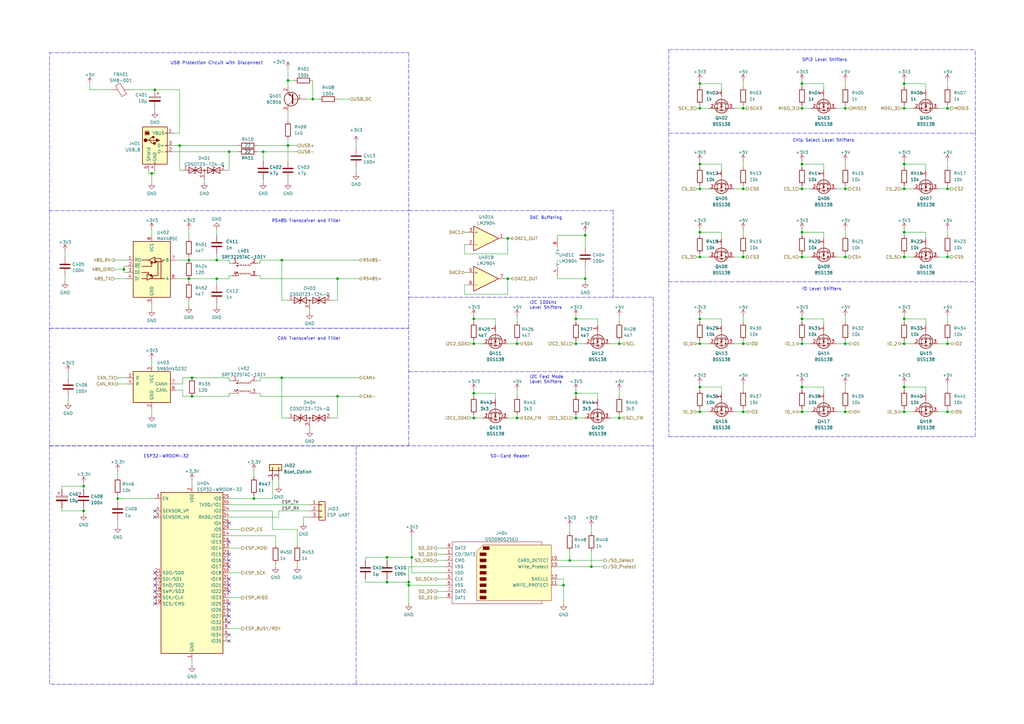
<source format=kicad_sch>
(kicad_sch (version 20211123) (generator eeschema)
  (paper "A3")
  (title_block (title "ESP32 - SD - Shifters and Drivers") (date "2022-11-19") (rev "V3 R1.0") (company "Synthron"))
  (junction (at 50.8 110.49))
  (junction (at 370.84 130.81))
  (junction (at 370.84 168.91))
  (junction (at 167.64 240.03))
  (junction (at 158.75 238.76))
  (junction (at 236.22 171.45))
  (junction (at 328.93 34.29))
  (junction (at 304.8 44.45))
  (junction (at 287.02 34.29))
  (junction (at 328.93 140.97))
  (junction (at 212.09 171.45))
  (junction (at 88.9 106.68))
  (junction (at 254 171.45))
  (junction (at 231.14 240.03))
  (junction (at 93.98 62.23))
  (junction (at 287.02 140.97))
  (junction (at 78.74 162.56))
  (junction (at 138.43 114.3))
  (junction (at 346.71 77.47))
  (junction (at 48.26 204.47))
  (junction (at 346.71 105.41))
  (junction (at 304.8 168.91))
  (junction (at 73.66 59.69))
  (junction (at 254 140.97))
  (junction (at 212.09 140.97))
  (junction (at 287.02 105.41))
  (junction (at 370.84 158.75))
  (junction (at 388.62 44.45))
  (junction (at 328.93 44.45))
  (junction (at 34.29 209.55))
  (junction (at 115.57 154.94))
  (junction (at 118.11 33.02))
  (junction (at 115.57 106.68))
  (junction (at 388.62 77.47))
  (junction (at 194.31 140.97))
  (junction (at 287.02 130.81))
  (junction (at 34.29 199.39))
  (junction (at 88.9 114.3))
  (junction (at 304.8 77.47))
  (junction (at 287.02 168.91))
  (junction (at 194.31 171.45))
  (junction (at 328.93 105.41))
  (junction (at 138.43 162.56))
  (junction (at 370.84 44.45))
  (junction (at 128.27 40.64))
  (junction (at 370.84 34.29))
  (junction (at 104.14 204.47))
  (junction (at 194.31 130.81))
  (junction (at 236.22 130.81))
  (junction (at 167.64 238.76))
  (junction (at 242.57 232.41))
  (junction (at 370.84 77.47))
  (junction (at 370.84 95.25))
  (junction (at 240.03 96.52))
  (junction (at 370.84 105.41))
  (junction (at 287.02 44.45))
  (junction (at 208.28 114.3))
  (junction (at 118.11 59.69))
  (junction (at 63.5 36.83))
  (junction (at 304.8 105.41))
  (junction (at 388.62 105.41))
  (junction (at 388.62 140.97))
  (junction (at 240.03 114.3))
  (junction (at 346.71 168.91))
  (junction (at 236.22 140.97))
  (junction (at 370.84 140.97))
  (junction (at 328.93 77.47))
  (junction (at 287.02 67.31))
  (junction (at 328.93 67.31))
  (junction (at 158.75 228.6))
  (junction (at 236.22 161.29))
  (junction (at 107.95 62.23))
  (junction (at 62.23 71.12))
  (junction (at 328.93 130.81))
  (junction (at 78.74 154.94))
  (junction (at 287.02 77.47))
  (junction (at 328.93 158.75))
  (junction (at 346.71 44.45))
  (junction (at 77.47 114.3))
  (junction (at 208.28 97.79))
  (junction (at 233.68 229.87))
  (junction (at 287.02 95.25))
  (junction (at 328.93 95.25))
  (junction (at 346.71 140.97))
  (junction (at 194.31 161.29))
  (junction (at 388.62 168.91))
  (junction (at 77.47 106.68))
  (junction (at 370.84 67.31))
  (junction (at 328.93 168.91))
  (junction (at 287.02 158.75))
  (junction (at 304.8 140.97))
  (junction (at 168.91 228.6))
  (no_connect (at 63.5 234.95))
  (no_connect (at 63.5 209.55))
  (no_connect (at 63.5 240.03))
  (no_connect (at 63.5 237.49))
  (no_connect (at 63.5 212.09))
  (no_connect (at 93.98 262.89))
  (no_connect (at 93.98 242.57))
  (no_connect (at 63.5 242.57))
  (no_connect (at 63.5 245.11))
  (no_connect (at 63.5 247.65))
  (no_connect (at 93.98 229.87))
  (no_connect (at 93.98 237.49))
  (no_connect (at 93.98 240.03))
  (no_connect (at 93.98 232.41))
  (no_connect (at 93.98 250.19))
  (no_connect (at 93.98 252.73))
  (no_connect (at 93.98 260.35))
  (no_connect (at 93.98 247.65))
  (no_connect (at 93.98 255.27))
  (no_connect (at 93.98 214.63))
  (no_connect (at 93.98 227.33))
  (no_connect (at 93.98 222.25))
  (wire (pts (xy 234.95 171.45) (xy 236.22 171.45)))
  (wire (pts (xy 388.62 168.91) (xy 384.81 168.91)))
  (wire (pts (xy 73.66 54.61) (xy 73.66 36.83)))
  (wire (pts (xy 240.03 109.22) (xy 240.03 114.3)))
  (wire (pts (xy 328.93 130.81) (xy 328.93 132.08)))
  (wire (pts (xy 245.11 130.81) (xy 236.22 130.81)))
  (wire (pts (xy 254 140.97) (xy 250.19 140.97)))
  (wire (pts (xy 88.9 104.14) (xy 88.9 106.68)))
  (wire (pts (xy 346.71 77.47) (xy 342.9 77.47)))
  (wire (pts (xy 287.02 77.47) (xy 290.83 77.47)))
  (wire (pts (xy 346.71 77.47) (xy 347.98 77.47)))
  (wire (pts (xy 118.11 123.19) (xy 115.57 123.19)))
  (wire (pts (xy 304.8 168.91) (xy 306.07 168.91)))
  (wire (pts (xy 388.62 66.04) (xy 388.62 68.58)))
  (wire (pts (xy 71.12 59.69) (xy 73.66 59.69)))
  (wire (pts (xy 118.11 33.02) (xy 120.65 33.02)))
  (polyline (pts (xy 20.32 182.88) (xy 167.64 182.88)))
  (wire (pts (xy 254 160.02) (xy 254 162.56)))
  (wire (pts (xy 242.57 215.9) (xy 242.57 218.44)))
  (wire (pts (xy 379.73 161.29) (xy 379.73 158.75)))
  (wire (pts (xy 26.67 102.87) (xy 26.67 105.41)))
  (polyline (pts (xy 400.05 54.61) (xy 400.05 20.32)))
  (wire (pts (xy 304.8 140.97) (xy 300.99 140.97)))
  (wire (pts (xy 304.8 167.64) (xy 304.8 168.91)))
  (wire (pts (xy 118.11 45.72) (xy 118.11 49.53)))
  (wire (pts (xy 212.09 171.45) (xy 213.36 171.45)))
  (wire (pts (xy 236.22 140.97) (xy 240.03 140.97)))
  (wire (pts (xy 304.8 157.48) (xy 304.8 160.02)))
  (wire (pts (xy 327.66 168.91) (xy 328.93 168.91)))
  (wire (pts (xy 304.8 105.41) (xy 306.07 105.41)))
  (wire (pts (xy 287.02 129.54) (xy 287.02 130.81)))
  (wire (pts (xy 138.43 40.64) (xy 143.51 40.64)))
  (wire (pts (xy 236.22 160.02) (xy 236.22 161.29)))
  (wire (pts (xy 337.82 69.85) (xy 337.82 67.31)))
  (wire (pts (xy 179.07 242.57) (xy 182.88 242.57)))
  (wire (pts (xy 118.11 171.45) (xy 115.57 171.45)))
  (wire (pts (xy 233.68 226.06) (xy 233.68 229.87)))
  (wire (pts (xy 346.71 66.04) (xy 346.71 68.58)))
  (wire (pts (xy 304.8 33.02) (xy 304.8 35.56)))
  (wire (pts (xy 71.12 62.23) (xy 93.98 62.23)))
  (wire (pts (xy 115.57 154.94) (xy 147.32 154.94)))
  (wire (pts (xy 48.26 157.48) (xy 52.07 157.48)))
  (wire (pts (xy 370.84 93.98) (xy 370.84 95.25)))
  (wire (pts (xy 93.98 245.11) (xy 99.06 245.11)))
  (wire (pts (xy 369.57 105.41) (xy 370.84 105.41)))
  (wire (pts (xy 115.57 171.45) (xy 115.57 154.94)))
  (polyline (pts (xy 20.32 134.62) (xy 167.64 134.62)))
  (wire (pts (xy 95.25 107.95) (xy 93.98 107.95)))
  (wire (pts (xy 328.93 104.14) (xy 328.93 105.41)))
  (wire (pts (xy 388.62 167.64) (xy 388.62 168.91)))
  (wire (pts (xy 118.11 74.93) (xy 118.11 73.66)))
  (wire (pts (xy 138.43 162.56) (xy 147.32 162.56)))
  (wire (pts (xy 179.07 229.87) (xy 182.88 229.87)))
  (polyline (pts (xy 20.32 86.36) (xy 167.64 86.36)))
  (wire (pts (xy 62.23 167.64) (xy 62.23 170.18)))
  (wire (pts (xy 106.68 107.95) (xy 106.68 106.68)))
  (wire (pts (xy 304.8 76.2) (xy 304.8 77.47)))
  (wire (pts (xy 115.57 106.68) (xy 147.32 106.68)))
  (wire (pts (xy 208.28 97.79) (xy 209.55 97.79)))
  (wire (pts (xy 295.91 158.75) (xy 287.02 158.75)))
  (wire (pts (xy 74.93 162.56) (xy 78.74 162.56)))
  (wire (pts (xy 62.23 147.32) (xy 62.23 149.86)))
  (wire (pts (xy 370.84 43.18) (xy 370.84 44.45)))
  (wire (pts (xy 93.98 234.95) (xy 99.06 234.95)))
  (wire (pts (xy 328.93 44.45) (xy 332.74 44.45)))
  (wire (pts (xy 74.93 160.02) (xy 74.93 162.56)))
  (wire (pts (xy 105.41 107.95) (xy 106.68 107.95)))
  (wire (pts (xy 194.31 170.18) (xy 194.31 171.45)))
  (wire (pts (xy 337.82 158.75) (xy 328.93 158.75)))
  (polyline (pts (xy 267.97 280.67) (xy 146.05 280.67)))
  (polyline (pts (xy 274.32 54.61) (xy 400.05 54.61)))
  (wire (pts (xy 77.47 105.41) (xy 77.47 106.68)))
  (wire (pts (xy 88.9 93.98) (xy 88.9 96.52)))
  (wire (pts (xy 105.41 59.69) (xy 118.11 59.69)))
  (wire (pts (xy 93.98 257.81) (xy 99.06 257.81)))
  (wire (pts (xy 46.99 110.49) (xy 50.8 110.49)))
  (wire (pts (xy 370.84 157.48) (xy 370.84 158.75)))
  (wire (pts (xy 379.73 97.79) (xy 379.73 95.25)))
  (wire (pts (xy 78.74 270.51) (xy 78.74 273.05)))
  (wire (pts (xy 328.93 67.31) (xy 328.93 68.58)))
  (polyline (pts (xy 167.64 21.59) (xy 167.64 86.36)))
  (wire (pts (xy 287.02 43.18) (xy 287.02 44.45)))
  (polyline (pts (xy 20.32 182.88) (xy 20.32 280.67)))
  (wire (pts (xy 72.39 114.3) (xy 77.47 114.3)))
  (wire (pts (xy 304.8 140.97) (xy 306.07 140.97)))
  (wire (pts (xy 62.23 71.12) (xy 62.23 74.93)))
  (wire (pts (xy 304.8 93.98) (xy 304.8 96.52)))
  (wire (pts (xy 388.62 33.02) (xy 388.62 35.56)))
  (wire (pts (xy 27.94 152.4) (xy 27.94 154.94)))
  (wire (pts (xy 88.9 124.46) (xy 88.9 125.73)))
  (wire (pts (xy 118.11 57.15) (xy 118.11 59.69)))
  (wire (pts (xy 346.71 105.41) (xy 347.98 105.41)))
  (wire (pts (xy 63.5 71.12) (xy 62.23 71.12)))
  (wire (pts (xy 240.03 95.25) (xy 240.03 96.52)))
  (wire (pts (xy 254 140.97) (xy 255.27 140.97)))
  (wire (pts (xy 138.43 114.3) (xy 147.32 114.3)))
  (wire (pts (xy 287.02 76.2) (xy 287.02 77.47)))
  (wire (pts (xy 158.75 238.76) (xy 167.64 238.76)))
  (wire (pts (xy 231.14 240.03) (xy 231.14 237.49)))
  (wire (pts (xy 304.8 66.04) (xy 304.8 68.58)))
  (wire (pts (xy 346.71 76.2) (xy 346.71 77.47)))
  (wire (pts (xy 287.02 167.64) (xy 287.02 168.91)))
  (wire (pts (xy 106.68 156.21) (xy 106.68 154.94)))
  (wire (pts (xy 369.57 140.97) (xy 370.84 140.97)))
  (wire (pts (xy 370.84 105.41) (xy 374.65 105.41)))
  (wire (pts (xy 233.68 229.87) (xy 247.65 229.87)))
  (wire (pts (xy 388.62 44.45) (xy 384.81 44.45)))
  (wire (pts (xy 93.98 107.95) (xy 93.98 106.68)))
  (wire (pts (xy 328.93 66.04) (xy 328.93 67.31)))
  (wire (pts (xy 114.3 196.85) (xy 114.3 199.39)))
  (wire (pts (xy 379.73 36.83) (xy 379.73 34.29)))
  (wire (pts (xy 328.93 76.2) (xy 328.93 77.47)))
  (wire (pts (xy 179.07 224.79) (xy 182.88 224.79)))
  (wire (pts (xy 158.75 228.6) (xy 168.91 228.6)))
  (wire (pts (xy 127 175.26) (xy 127 176.53)))
  (wire (pts (xy 328.93 157.48) (xy 328.93 158.75)))
  (wire (pts (xy 304.8 77.47) (xy 306.07 77.47)))
  (wire (pts (xy 118.11 59.69) (xy 118.11 66.04)))
  (wire (pts (xy 337.82 95.25) (xy 328.93 95.25)))
  (wire (pts (xy 370.84 77.47) (xy 374.65 77.47)))
  (wire (pts (xy 370.84 34.29) (xy 370.84 35.56)))
  (wire (pts (xy 149.86 228.6) (xy 158.75 228.6)))
  (wire (pts (xy 48.26 193.04) (xy 48.26 195.58)))
  (wire (pts (xy 242.57 226.06) (xy 242.57 232.41)))
  (wire (pts (xy 346.71 43.18) (xy 346.71 44.45)))
  (wire (pts (xy 346.71 139.7) (xy 346.71 140.97)))
  (wire (pts (xy 369.57 168.91) (xy 370.84 168.91)))
  (polyline (pts (xy 274.32 115.57) (xy 400.05 115.57)))
  (wire (pts (xy 106.68 106.68) (xy 115.57 106.68)))
  (wire (pts (xy 231.14 237.49) (xy 228.6 237.49)))
  (wire (pts (xy 287.02 44.45) (xy 290.83 44.45)))
  (wire (pts (xy 48.26 204.47) (xy 48.26 205.74)))
  (wire (pts (xy 179.07 237.49) (xy 182.88 237.49)))
  (polyline (pts (xy 20.32 86.36) (xy 20.32 21.59)))
  (wire (pts (xy 370.84 158.75) (xy 370.84 160.02)))
  (wire (pts (xy 62.23 124.46) (xy 62.23 127)))
  (wire (pts (xy 254 170.18) (xy 254 171.45)))
  (wire (pts (xy 93.98 204.47) (xy 104.14 204.47)))
  (wire (pts (xy 105.41 161.29) (xy 106.68 161.29)))
  (wire (pts (xy 304.8 77.47) (xy 300.99 77.47)))
  (wire (pts (xy 369.57 44.45) (xy 370.84 44.45)))
  (wire (pts (xy 254 129.54) (xy 254 132.08)))
  (wire (pts (xy 73.66 69.85) (xy 73.66 59.69)))
  (wire (pts (xy 93.98 113.03) (xy 93.98 114.3)))
  (wire (pts (xy 36.83 36.83) (xy 36.83 34.29)))
  (wire (pts (xy 62.23 93.98) (xy 62.23 96.52)))
  (wire (pts (xy 379.73 67.31) (xy 370.84 67.31)))
  (wire (pts (xy 34.29 209.55) (xy 34.29 208.28)))
  (wire (pts (xy 233.68 229.87) (xy 228.6 229.87)))
  (wire (pts (xy 287.02 93.98) (xy 287.02 95.25)))
  (polyline (pts (xy 400.05 179.07) (xy 400.05 54.61)))
  (wire (pts (xy 236.22 170.18) (xy 236.22 171.45)))
  (polyline (pts (xy 274.32 179.07) (xy 400.05 179.07)))
  (wire (pts (xy 190.5 111.76) (xy 191.77 111.76)))
  (wire (pts (xy 327.66 105.41) (xy 328.93 105.41)))
  (wire (pts (xy 107.95 74.93) (xy 107.95 73.66)))
  (wire (pts (xy 285.75 140.97) (xy 287.02 140.97)))
  (polyline (pts (xy 20.32 134.62) (xy 167.64 134.62)))
  (wire (pts (xy 158.75 237.49) (xy 158.75 238.76)))
  (wire (pts (xy 167.64 232.41) (xy 167.64 238.76)))
  (wire (pts (xy 287.02 158.75) (xy 287.02 160.02)))
  (wire (pts (xy 93.98 114.3) (xy 88.9 114.3)))
  (wire (pts (xy 346.71 33.02) (xy 346.71 35.56)))
  (wire (pts (xy 95.25 113.03) (xy 93.98 113.03)))
  (wire (pts (xy 93.98 62.23) (xy 97.79 62.23)))
  (wire (pts (xy 118.11 33.02) (xy 118.11 35.56)))
  (wire (pts (xy 388.62 43.18) (xy 388.62 44.45)))
  (wire (pts (xy 287.02 67.31) (xy 287.02 68.58)))
  (wire (pts (xy 111.76 204.47) (xy 111.76 196.85)))
  (wire (pts (xy 93.98 217.17) (xy 99.06 217.17)))
  (wire (pts (xy 50.8 109.22) (xy 50.8 110.49)))
  (wire (pts (xy 245.11 133.35) (xy 245.11 130.81)))
  (wire (pts (xy 370.84 140.97) (xy 374.65 140.97)))
  (wire (pts (xy 111.76 209.55) (xy 111.76 217.17)))
  (wire (pts (xy 388.62 77.47) (xy 384.81 77.47)))
  (wire (pts (xy 105.41 156.21) (xy 106.68 156.21)))
  (wire (pts (xy 194.31 139.7) (xy 194.31 140.97)))
  (wire (pts (xy 194.31 161.29) (xy 194.31 162.56)))
  (wire (pts (xy 114.3 209.55) (xy 127 209.55)))
  (wire (pts (xy 34.29 199.39) (xy 34.29 200.66)))
  (wire (pts (xy 95.25 161.29) (xy 93.98 161.29)))
  (wire (pts (xy 370.84 129.54) (xy 370.84 130.81)))
  (wire (pts (xy 74.93 157.48) (xy 74.93 154.94)))
  (wire (pts (xy 46.99 114.3) (xy 52.07 114.3)))
  (wire (pts (xy 328.93 139.7) (xy 328.93 140.97)))
  (wire (pts (xy 236.22 161.29) (xy 236.22 162.56)))
  (wire (pts (xy 93.98 156.21) (xy 93.98 154.94)))
  (wire (pts (xy 233.68 215.9) (xy 233.68 218.44)))
  (wire (pts (xy 25.4 199.39) (xy 34.29 199.39)))
  (wire (pts (xy 203.2 130.81) (xy 194.31 130.81)))
  (wire (pts (xy 167.64 247.65) (xy 167.64 240.03)))
  (wire (pts (xy 121.92 217.17) (xy 121.92 223.52)))
  (wire (pts (xy 190.5 104.14) (xy 190.5 100.33)))
  (wire (pts (xy 73.66 59.69) (xy 97.79 59.69)))
  (wire (pts (xy 25.4 209.55) (xy 34.29 209.55)))
  (wire (pts (xy 190.5 116.84) (xy 191.77 116.84)))
  (wire (pts (xy 328.93 93.98) (xy 328.93 95.25)))
  (wire (pts (xy 115.57 123.19) (xy 115.57 106.68)))
  (wire (pts (xy 83.82 73.66) (xy 83.82 74.93)))
  (wire (pts (xy 379.73 130.81) (xy 370.84 130.81)))
  (wire (pts (xy 208.28 120.65) (xy 190.5 120.65)))
  (wire (pts (xy 128.27 40.64) (xy 130.81 40.64)))
  (wire (pts (xy 346.71 140.97) (xy 342.9 140.97)))
  (wire (pts (xy 388.62 140.97) (xy 389.89 140.97)))
  (wire (pts (xy 212.09 140.97) (xy 213.36 140.97)))
  (wire (pts (xy 388.62 93.98) (xy 388.62 96.52)))
  (wire (pts (xy 179.07 227.33) (xy 182.88 227.33)))
  (wire (pts (xy 370.84 168.91) (xy 374.65 168.91)))
  (wire (pts (xy 208.28 104.14) (xy 190.5 104.14)))
  (wire (pts (xy 93.98 154.94) (xy 78.74 154.94)))
  (polyline (pts (xy 20.32 86.36) (xy 20.32 134.62)))
  (wire (pts (xy 194.31 171.45) (xy 198.12 171.45)))
  (wire (pts (xy 72.39 157.48) (xy 74.93 157.48)))
  (wire (pts (xy 228.6 96.52) (xy 240.03 96.52)))
  (wire (pts (xy 346.71 93.98) (xy 346.71 96.52)))
  (wire (pts (xy 93.98 69.85) (xy 93.98 62.23)))
  (wire (pts (xy 304.8 104.14) (xy 304.8 105.41)))
  (polyline (pts (xy 251.46 86.36) (xy 251.46 121.92)))
  (wire (pts (xy 295.91 133.35) (xy 295.91 130.81)))
  (wire (pts (xy 328.93 167.64) (xy 328.93 168.91)))
  (wire (pts (xy 128.27 33.02) (xy 128.27 40.64)))
  (wire (pts (xy 203.2 161.29) (xy 194.31 161.29)))
  (wire (pts (xy 93.98 224.79) (xy 99.06 224.79)))
  (polyline (pts (xy 167.64 152.4) (xy 267.97 152.4)))
  (wire (pts (xy 88.9 114.3) (xy 88.9 116.84)))
  (wire (pts (xy 236.22 129.54) (xy 236.22 130.81)))
  (wire (pts (xy 105.41 62.23) (xy 107.95 62.23)))
  (wire (pts (xy 388.62 105.41) (xy 384.81 105.41)))
  (wire (pts (xy 328.93 43.18) (xy 328.93 44.45)))
  (wire (pts (xy 62.23 71.12) (xy 60.96 71.12)))
  (wire (pts (xy 212.09 170.18) (xy 212.09 171.45)))
  (wire (pts (xy 370.84 67.31) (xy 370.84 68.58)))
  (wire (pts (xy 228.6 97.79) (xy 228.6 96.52)))
  (wire (pts (xy 287.02 66.04) (xy 287.02 67.31)))
  (wire (pts (xy 48.26 213.36) (xy 48.26 215.9)))
  (wire (pts (xy 138.43 123.19) (xy 138.43 114.3)))
  (wire (pts (xy 242.57 232.41) (xy 247.65 232.41)))
  (wire (pts (xy 346.71 157.48) (xy 346.71 160.02)))
  (wire (pts (xy 212.09 160.02) (xy 212.09 162.56)))
  (wire (pts (xy 63.5 69.85) (xy 63.5 71.12)))
  (wire (pts (xy 328.93 77.47) (xy 332.74 77.47)))
  (polyline (pts (xy 167.64 134.62) (xy 167.64 86.36)))
  (wire (pts (xy 168.91 228.6) (xy 168.91 234.95)))
  (wire (pts (xy 370.84 76.2) (xy 370.84 77.47)))
  (wire (pts (xy 88.9 114.3) (xy 77.47 114.3)))
  (wire (pts (xy 63.5 36.83) (xy 53.34 36.83)))
  (wire (pts (xy 236.22 139.7) (xy 236.22 140.97)))
  (wire (pts (xy 111.76 217.17) (xy 121.92 217.17)))
  (wire (pts (xy 93.98 161.29) (xy 93.98 162.56)))
  (wire (pts (xy 295.91 97.79) (xy 295.91 95.25)))
  (wire (pts (xy 295.91 34.29) (xy 287.02 34.29)))
  (wire (pts (xy 46.99 106.68) (xy 52.07 106.68)))
  (wire (pts (xy 240.03 114.3) (xy 240.03 115.57)))
  (wire (pts (xy 295.91 161.29) (xy 295.91 158.75)))
  (wire (pts (xy 328.93 33.02) (xy 328.93 34.29)))
  (wire (pts (xy 295.91 69.85) (xy 295.91 67.31)))
  (wire (pts (xy 304.8 44.45) (xy 300.99 44.45)))
  (wire (pts (xy 48.26 154.94) (xy 52.07 154.94)))
  (wire (pts (xy 346.71 167.64) (xy 346.71 168.91)))
  (wire (pts (xy 73.66 36.83) (xy 63.5 36.83)))
  (polyline (pts (xy 167.64 86.36) (xy 251.46 86.36)))
  (wire (pts (xy 370.84 95.25) (xy 370.84 96.52)))
  (wire (pts (xy 107.95 62.23) (xy 107.95 66.04)))
  (wire (pts (xy 167.64 240.03) (xy 182.88 240.03)))
  (wire (pts (xy 93.98 212.09) (xy 114.3 212.09)))
  (wire (pts (xy 26.67 113.03) (xy 26.67 115.57)))
  (wire (pts (xy 228.6 114.3) (xy 240.03 114.3)))
  (wire (pts (xy 228.6 240.03) (xy 231.14 240.03)))
  (wire (pts (xy 127 212.09) (xy 124.46 212.09)))
  (wire (pts (xy 78.74 196.85) (xy 78.74 199.39)))
  (wire (pts (xy 346.71 105.41) (xy 342.9 105.41)))
  (wire (pts (xy 388.62 140.97) (xy 384.81 140.97)))
  (wire (pts (xy 304.8 139.7) (xy 304.8 140.97)))
  (wire (pts (xy 328.93 158.75) (xy 328.93 160.02)))
  (wire (pts (xy 190.5 95.25) (xy 191.77 95.25)))
  (wire (pts (xy 27.94 162.56) (xy 27.94 165.1)))
  (wire (pts (xy 379.73 133.35) (xy 379.73 130.81)))
  (wire (pts (xy 104.14 193.04) (xy 104.14 195.58)))
  (wire (pts (xy 93.98 106.68) (xy 88.9 106.68)))
  (wire (pts (xy 370.84 33.02) (xy 370.84 34.29)))
  (polyline (pts (xy 20.32 21.59) (xy 167.64 21.59)))
  (wire (pts (xy 304.8 105.41) (xy 300.99 105.41)))
  (wire (pts (xy 182.88 232.41) (xy 167.64 232.41)))
  (wire (pts (xy 388.62 129.54) (xy 388.62 132.08)))
  (wire (pts (xy 34.29 198.12) (xy 34.29 199.39)))
  (polyline (pts (xy 20.32 134.62) (xy 20.32 182.88)))
  (polyline (pts (xy 274.32 20.32) (xy 400.05 20.32)))
  (wire (pts (xy 168.91 219.71) (xy 168.91 228.6)))
  (wire (pts (xy 60.96 71.12) (xy 60.96 69.85)))
  (wire (pts (xy 93.98 219.71) (xy 113.03 219.71)))
  (wire (pts (xy 74.93 69.85) (xy 73.66 69.85)))
  (wire (pts (xy 113.03 231.14) (xy 113.03 232.41)))
  (wire (pts (xy 203.2 163.83) (xy 203.2 161.29)))
  (wire (pts (xy 93.98 207.01) (xy 127 207.01)))
  (wire (pts (xy 149.86 237.49) (xy 149.86 238.76)))
  (wire (pts (xy 106.68 114.3) (xy 138.43 114.3)))
  (wire (pts (xy 77.47 123.19) (xy 77.47 125.73)))
  (wire (pts (xy 287.02 157.48) (xy 287.02 158.75)))
  (wire (pts (xy 228.6 113.03) (xy 228.6 114.3)))
  (wire (pts (xy 95.25 156.21) (xy 93.98 156.21)))
  (wire (pts (xy 346.71 168.91) (xy 347.98 168.91)))
  (wire (pts (xy 295.91 67.31) (xy 287.02 67.31)))
  (wire (pts (xy 194.31 140.97) (xy 198.12 140.97)))
  (wire (pts (xy 346.71 44.45) (xy 342.9 44.45)))
  (polyline (pts (xy 146.05 182.88) (xy 146.05 280.67)))
  (wire (pts (xy 149.86 229.87) (xy 149.86 228.6)))
  (wire (pts (xy 327.66 140.97) (xy 328.93 140.97)))
  (wire (pts (xy 370.84 104.14) (xy 370.84 105.41)))
  (wire (pts (xy 388.62 157.48) (xy 388.62 160.02)))
  (wire (pts (xy 135.89 123.19) (xy 138.43 123.19)))
  (wire (pts (xy 104.14 204.47) (xy 111.76 204.47)))
  (wire (pts (xy 370.84 44.45) (xy 374.65 44.45)))
  (wire (pts (xy 287.02 33.02) (xy 287.02 34.29)))
  (wire (pts (xy 287.02 130.81) (xy 287.02 132.08)))
  (wire (pts (xy 327.66 77.47) (xy 328.93 77.47)))
  (wire (pts (xy 121.92 231.14) (xy 121.92 232.41)))
  (wire (pts (xy 92.71 69.85) (xy 93.98 69.85)))
  (polyline (pts (xy 274.32 54.61) (xy 274.32 179.07)))
  (wire (pts (xy 328.93 34.29) (xy 328.93 35.56)))
  (wire (pts (xy 285.75 105.41) (xy 287.02 105.41)))
  (wire (pts (xy 287.02 105.41) (xy 290.83 105.41)))
  (wire (pts (xy 194.31 130.81) (xy 194.31 132.08)))
  (wire (pts (xy 388.62 76.2) (xy 388.62 77.47)))
  (wire (pts (xy 63.5 44.45) (xy 63.5 45.72)))
  (wire (pts (xy 45.72 36.83) (xy 36.83 36.83)))
  (wire (pts (xy 179.07 245.11) (xy 182.88 245.11)))
  (wire (pts (xy 245.11 161.29) (xy 236.22 161.29)))
  (wire (pts (xy 369.57 77.47) (xy 370.84 77.47)))
  (wire (pts (xy 379.73 158.75) (xy 370.84 158.75)))
  (wire (pts (xy 114.3 212.09) (xy 114.3 209.55)))
  (wire (pts (xy 388.62 104.14) (xy 388.62 105.41)))
  (wire (pts (xy 48.26 203.2) (xy 48.26 204.47)))
  (wire (pts (xy 379.73 34.29) (xy 370.84 34.29)))
  (wire (pts (xy 254 139.7) (xy 254 140.97)))
  (wire (pts (xy 106.68 161.29) (xy 106.68 162.56)))
  (wire (pts (xy 240.03 96.52) (xy 240.03 101.6)))
  (wire (pts (xy 71.12 54.61) (xy 73.66 54.61)))
  (wire (pts (xy 77.47 93.98) (xy 77.47 97.79)))
  (wire (pts (xy 212.09 140.97) (xy 208.28 140.97)))
  (polyline (pts (xy 274.32 20.32) (xy 274.32 54.61)))
  (wire (pts (xy 285.75 44.45) (xy 287.02 44.45)))
  (wire (pts (xy 105.41 113.03) (xy 106.68 113.03)))
  (wire (pts (xy 50.8 110.49) (xy 50.8 111.76)))
  (wire (pts (xy 328.93 140.97) (xy 332.74 140.97)))
  (wire (pts (xy 388.62 44.45) (xy 389.89 44.45)))
  (wire (pts (xy 212.09 129.54) (xy 212.09 132.08)))
  (wire (pts (xy 207.01 114.3) (xy 208.28 114.3)))
  (wire (pts (xy 146.05 68.58) (xy 146.05 71.12)))
  (wire (pts (xy 208.28 114.3) (xy 209.55 114.3)))
  (wire (pts (xy 388.62 77.47) (xy 389.89 77.47)))
  (wire (pts (xy 138.43 171.45) (xy 138.43 162.56)))
  (wire (pts (xy 193.04 171.45) (xy 194.31 171.45)))
  (wire (pts (xy 370.84 139.7) (xy 370.84 140.97)))
  (wire (pts (xy 158.75 229.87) (xy 158.75 228.6)))
  (wire (pts (xy 34.29 209.55) (xy 34.29 210.82)))
  (wire (pts (xy 304.8 168.91) (xy 300.99 168.91)))
  (wire (pts (xy 287.02 34.29) (xy 287.02 35.56)))
  (wire (pts (xy 254 171.45) (xy 250.19 171.45)))
  (wire (pts (xy 242.57 232.41) (xy 228.6 232.41)))
  (wire (pts (xy 194.31 129.54) (xy 194.31 130.81)))
  (wire (pts (xy 337.82 161.29) (xy 337.82 158.75)))
  (wire (pts (xy 304.8 129.54) (xy 304.8 132.08)))
  (wire (pts (xy 328.93 129.54) (xy 328.93 130.81)))
  (wire (pts (xy 346.71 168.91) (xy 342.9 168.91)))
  (wire (pts (xy 72.39 106.68) (xy 77.47 106.68)))
  (wire (pts (xy 74.93 154.94) (xy 78.74 154.94)))
  (wire (pts (xy 106.68 113.03) (xy 106.68 114.3)))
  (wire (pts (xy 328.93 168.91) (xy 332.74 168.91)))
  (wire (pts (xy 107.95 62.23) (xy 121.92 62.23)))
  (polyline (pts (xy 146.05 182.88) (xy 267.97 182.88)))
  (wire (pts (xy 285.75 168.91) (xy 287.02 168.91)))
  (wire (pts (xy 190.5 120.65) (xy 190.5 116.84)))
  (wire (pts (xy 295.91 36.83) (xy 295.91 34.29)))
  (wire (pts (xy 234.95 140.97) (xy 236.22 140.97)))
  (wire (pts (xy 370.84 167.64) (xy 370.84 168.91)))
  (wire (pts (xy 127 127) (xy 127 128.27)))
  (wire (pts (xy 346.71 140.97) (xy 347.98 140.97)))
  (wire (pts (xy 346.71 104.14) (xy 346.71 105.41)))
  (wire (pts (xy 287.02 139.7) (xy 287.02 140.97)))
  (wire (pts (xy 149.86 238.76) (xy 158.75 238.76)))
  (wire (pts (xy 93.98 209.55) (xy 111.76 209.55)))
  (wire (pts (xy 212.09 171.45) (xy 208.28 171.45)))
  (wire (pts (xy 337.82 36.83) (xy 337.82 34.29)))
  (wire (pts (xy 125.73 40.64) (xy 128.27 40.64)))
  (wire (pts (xy 194.31 160.02) (xy 194.31 161.29)))
  (wire (pts (xy 328.93 95.25) (xy 328.93 96.52)))
  (wire (pts (xy 124.46 212.09) (xy 124.46 214.63)))
  (wire (pts (xy 287.02 95.25) (xy 287.02 96.52)))
  (wire (pts (xy 104.14 203.2) (xy 104.14 204.47)))
  (wire (pts (xy 25.4 208.28) (xy 25.4 209.55)))
  (wire (pts (xy 52.07 109.22) (xy 50.8 109.22)))
  (wire (pts (xy 327.66 44.45) (xy 328.93 44.45)))
  (wire (pts (xy 212.09 139.7) (xy 212.09 140.97)))
  (wire (pts (xy 370.84 66.04) (xy 370.84 67.31)))
  (polyline (pts (xy 267.97 152.4) (xy 267.97 182.88)))
  (wire (pts (xy 304.8 43.18) (xy 304.8 44.45)))
  (wire (pts (xy 231.14 247.65) (xy 231.14 240.03)))
  (wire (pts (xy 388.62 139.7) (xy 388.62 140.97)))
  (wire (pts (xy 207.01 97.79) (xy 208.28 97.79)))
  (wire (pts (xy 370.84 130.81) (xy 370.84 132.08)))
  (wire (pts (xy 208.28 97.79) (xy 208.28 104.14)))
  (wire (pts (xy 50.8 111.76) (xy 52.07 111.76)))
  (polyline (pts (xy 267.97 121.92) (xy 267.97 152.4)))
  (wire (pts (xy 337.82 130.81) (xy 328.93 130.81)))
  (wire (pts (xy 203.2 133.35) (xy 203.2 130.81)))
  (wire (pts (xy 146.05 58.42) (xy 146.05 60.96)))
  (wire (pts (xy 118.11 27.94) (xy 118.11 33.02)))
  (wire (pts (xy 285.75 77.47) (xy 287.02 77.47)))
  (wire (pts (xy 337.82 34.29) (xy 328.93 34.29)))
  (wire (pts (xy 379.73 69.85) (xy 379.73 67.31)))
  (wire (pts (xy 118.11 59.69) (xy 121.92 59.69)))
  (wire (pts (xy 135.89 171.45) (xy 138.43 171.45)))
  (wire (pts (xy 190.5 100.33) (xy 191.77 100.33)))
  (wire (pts (xy 77.47 114.3) (xy 77.47 115.57)))
  (polyline (pts (xy 167.64 121.92) (xy 267.97 121.92)))
  (wire (pts (xy 208.28 114.3) (xy 208.28 120.65)))
  (wire (pts (xy 72.39 160.02) (xy 74.93 160.02)))
  (wire (pts (xy 287.02 168.91) (xy 290.83 168.91)))
  (wire (pts (xy 193.04 140.97) (xy 194.31 140.97)))
  (polyline (pts (xy 267.97 182.88) (xy 267.97 280.67)))
  (wire (pts (xy 168.91 234.95) (xy 182.88 234.95)))
  (wire (pts (xy 167.64 238.76) (xy 167.64 240.03)))
  (polyline (pts (xy 146.05 280.67) (xy 20.32 280.67)))
  (wire (pts (xy 245.11 163.83) (xy 245.11 161.29)))
  (wire (pts (xy 254 171.45) (xy 255.27 171.45)))
  (wire (pts (xy 337.82 67.31) (xy 328.93 67.31)))
  (wire (pts (xy 328.93 105.41) (xy 332.74 105.41)))
  (wire (pts (xy 337.82 97.79) (xy 337.82 95.25)))
  (wire (pts (xy 25.4 200.66) (xy 25.4 199.39)))
  (wire (pts (xy 346.71 44.45) (xy 347.98 44.45)))
  (wire (pts (xy 287.02 104.14) (xy 287.02 105.41)))
  (wire (pts (xy 48.26 204.47) (xy 63.5 204.47)))
  (wire (pts (xy 88.9 106.68) (xy 77.47 106.68)))
  (wire (pts (xy 295.91 95.25) (xy 287.02 95.25)))
  (polyline (pts (xy 20.32 182.88) (xy 146.05 182.88)))
  (wire (pts (xy 113.03 219.71) (xy 113.03 223.52)))
  (wire (pts (xy 93.98 162.56) (xy 78.74 162.56)))
  (wire (pts (xy 346.71 129.54) (xy 346.71 132.08)))
  (wire (pts (xy 295.91 130.81) (xy 287.02 130.81)))
  (wire (pts (xy 106.68 162.56) (xy 138.43 162.56)))
  (wire (pts (xy 236.22 171.45) (xy 240.03 171.45)))
  (wire (pts (xy 236.22 130.81) (xy 236.22 132.08)))
  (wire (pts (xy 287.02 140.97) (xy 290.83 140.97)))
  (polyline (pts (xy 167.64 182.88) (xy 167.64 134.62)))
  (wire (pts (xy 337.82 133.35) (xy 337.82 130.81)))
  (wire (pts (xy 106.68 154.94) (xy 115.57 154.94)))
  (wire (pts (xy 388.62 105.41) (xy 389.89 105.41)))
  (wire (pts (xy 379.73 95.25) (xy 370.84 95.25)))
  (wire (pts (xy 388.62 168.91) (xy 389.89 168.91)))
  (wire (pts (xy 304.8 44.45) (xy 306.07 44.45)))
  (text "SPI3 Level Shifters" (at 328.93 25.4 0) (effects (font (size 1.27 1.27)) (justify left bottom)))
  (text "RS485 Transceiver and Filter" (at 139.7 91.44 180) (effects (font (size 1.27 1.27)) (justify right bottom)))
  (text "SD-Card Reader" (at 217.17 187.96 180) (effects (font (size 1.27 1.27)) (justify right bottom)))
  (text "IO Level Shifters" (at 328.93 119.38 0) (effects (font (size 1.27 1.27)) (justify left bottom)))
  (text "DAC Buffering" (at 217.17 90.17 0) (effects (font (size 1.27 1.27)) (justify left bottom)))
  (text "USB Protection Circuit with Disconnect" (at 69.85 26.67 0) (effects (font (size 1.27 1.27)) (justify left bottom)))
  (text "Chip Select Level Shifters" (at 325.12 58.42 0) (effects (font (size 1.27 1.27)) (justify left bottom)))
  (text "ESP32-WROOM-32" (at 77.47 187.96 180) (effects (font (size 1.27 1.27)) (justify right bottom)))
  (text "I2C 100kHz\nLevel Shifters" (at 217.17 127 0) (effects (font (size 1.27 1.27)) (justify left bottom)))
  (text "CAN Transceiver and Filter" (at 139.7 139.7 180) (effects (font (size 1.27 1.27)) (justify right bottom)))
  (text "I2C Fast Mode\nLevel Shifters" (at 217.17 157.48 0) (effects (font (size 1.27 1.27)) (justify left bottom)))
  (label "ESP_RX" (at 115.57 209.55 0))
  (label "ESP_TX" (at 115.57 207.01 0))
  (hierarchical_label "SDA" (shape bidirectional) (at 213.36 140.97 0))
  (hierarchical_label "IO_5" (shape bidirectional) (at 369.57 168.91 180))
  (hierarchical_label "CS_3" (shape input) (at 285.75 105.41 180))
  (hierarchical_label "IO_3" (shape bidirectional) (at 285.75 168.91 180))
  (hierarchical_label "ESP_BUSY{slash}RDY" (shape output) (at 99.06 257.81 0))
  (hierarchical_label "SD_D2" (shape output) (at 179.07 224.79 180))
  (hierarchical_label "CAN+" (shape bidirectional) (at 147.32 154.94 0))
  (hierarchical_label "CS_5" (shape input) (at 369.57 105.41 180))
  (hierarchical_label "IO4" (shape bidirectional) (at 347.98 168.91 0))
  (hierarchical_label "CS2" (shape output) (at 389.89 77.47 0))
  (hierarchical_label "DAC2_OUT" (shape bidirectional) (at 209.55 114.3 0))
  (hierarchical_label "485_DIR" (shape input) (at 46.99 110.49 180))
  (hierarchical_label "IO3" (shape bidirectional) (at 306.07 168.91 0))
  (hierarchical_label "IO2" (shape bidirectional) (at 389.89 140.97 0))
  (hierarchical_label "RS485-" (shape bidirectional) (at 147.32 106.68 0))
  (hierarchical_label "SCK_3" (shape input) (at 285.75 44.45 180))
  (hierarchical_label "CS_0" (shape input) (at 285.75 77.47 180))
  (hierarchical_label "DAC1_OUT" (shape bidirectional) (at 209.55 97.79 0))
  (hierarchical_label "USB-" (shape input) (at 121.92 62.23 0))
  (hierarchical_label "CS1" (shape output) (at 347.98 77.47 0))
  (hierarchical_label "CS5" (shape output) (at 389.89 105.41 0))
  (hierarchical_label "485_TX" (shape input) (at 46.99 114.3 180))
  (hierarchical_label "IO0" (shape bidirectional) (at 306.07 140.97 0))
  (hierarchical_label "SCK3" (shape output) (at 306.07 44.45 0))
  (hierarchical_label "IO_1" (shape bidirectional) (at 327.66 140.97 180))
  (hierarchical_label "ESP_MISO" (shape output) (at 99.06 245.11 0))
  (hierarchical_label "{slash}SD_Protect" (shape output) (at 247.65 232.41 0))
  (hierarchical_label "MISO3" (shape input) (at 347.98 44.45 0))
  (hierarchical_label "MOSI_3" (shape input) (at 369.57 44.45 180))
  (hierarchical_label "CAN_TX" (shape input) (at 48.26 154.94 180))
  (hierarchical_label "I2C2_SCL" (shape input) (at 234.95 140.97 180))
  (hierarchical_label "CS4" (shape output) (at 347.98 105.41 0))
  (hierarchical_label "CS_4" (shape input) (at 327.66 105.41 180))
  (hierarchical_label "SCL" (shape bidirectional) (at 255.27 140.97 0))
  (hierarchical_label "CAN-" (shape bidirectional) (at 147.32 162.56 0))
  (hierarchical_label "I2C1_SCL" (shape input) (at 234.95 171.45 180))
  (hierarchical_label "IO_0" (shape bidirectional) (at 285.75 140.97 180))
  (hierarchical_label "IO_2" (shape bidirectional) (at 369.57 140.97 180))
  (hierarchical_label "I2C2_SDA" (shape input) (at 193.04 140.97 180))
  (hierarchical_label "IO5" (shape bidirectional) (at 389.89 168.91 0))
  (hierarchical_label "CAN_RX" (shape output) (at 48.26 157.48 180))
  (hierarchical_label "{slash}SD_Detect" (shape output) (at 247.65 229.87 0))
  (hierarchical_label "SCL_FM" (shape bidirectional) (at 255.27 171.45 0))
  (hierarchical_label "SD_CMD" (shape output) (at 179.07 229.87 180))
  (hierarchical_label "MOSI3" (shape output) (at 389.89 44.45 0))
  (hierarchical_label "ESP_SCK" (shape output) (at 99.06 234.95 0))
  (hierarchical_label "MISO_3" (shape output) (at 327.66 44.45 180))
  (hierarchical_label "CS_1" (shape input) (at 327.66 77.47 180))
  (hierarchical_label "SD_D3" (shape output) (at 179.07 227.33 180))
  (hierarchical_label "ESP_MOSI" (shape output) (at 99.06 224.79 0))
  (hierarchical_label "CS0" (shape output) (at 306.07 77.47 0))
  (hierarchical_label "USB_DC" (shape input) (at 143.51 40.64 0))
  (hierarchical_label "IO1" (shape bidirectional) (at 347.98 140.97 0))
  (hierarchical_label "DAC1" (shape bidirectional) (at 190.5 95.25 180))
  (hierarchical_label "I2C1_SDA" (shape input) (at 193.04 171.45 180))
  (hierarchical_label "CS_2" (shape input) (at 369.57 77.47 180))
  (hierarchical_label "IO_4" (shape bidirectional) (at 327.66 168.91 180))
  (hierarchical_label "SD_SCK" (shape output) (at 179.07 237.49 180))
  (hierarchical_label "ESP_CS" (shape output) (at 99.06 217.17 0))
  (hierarchical_label "USB+" (shape input) (at 121.92 59.69 0))
  (hierarchical_label "RS485+" (shape bidirectional) (at 147.32 114.3 0))
  (hierarchical_label "SDA_FM" (shape bidirectional) (at 213.36 171.45 0))
  (hierarchical_label "SD_D1" (shape output) (at 179.07 245.11 180))
  (hierarchical_label "SD_D0" (shape output) (at 179.07 242.57 180))
  (hierarchical_label "485_RX" (shape output) (at 46.99 106.68 180))
  (hierarchical_label "DAC2" (shape bidirectional) (at 190.5 111.76 180))
  (hierarchical_label "CS3" (shape output) (at 306.07 105.41 0))
  (symbol (lib_id "power:+3.3V") (at 34.29 198.12 0) (unit 1)
    (property "Reference" "#PWR0460" (effects hide))
    (property "Value" "+3.3V" (at 34.29 194.5442 0))
  )
  (symbol (lib_id "power:+3V3") (at 77.47 93.98 0) (unit 1)
    (property "Reference" "#PWR0472" (effects hide))
    (property "Value" "+3V3" (at 77.47 90.4042 0))
  )
  (symbol (lib_id "Transistor_FET:BSS138") (at 203.2 138.43 270) (unit 1)
    (property "Reference" "Q411" (at 203.2 144.9054 90))
    (property "Value" "BSS138" (at 203.2 147.4423 90))
    (property "Footprint" "Package_TO_SOT_SMD:SOT-23" (effects hide))
    (property "Datasheet" "https://www.onsemi.com/pub/Collateral/BSS138-D.PDF" (effects hide))
  )
  (symbol (lib_id "power:GND") (at 114.3 199.39 0) (unit 1)
    (property "Reference" "#PWR0461" (effects hide))
    (property "Value" "GND" (at 114.3 203.8334 0))
  )
  (symbol (lib_id "power:+3V3") (at 62.23 147.32 0) (unit 1)
    (property "Reference" "#PWR0443" (effects hide))
    (property "Value" "+3V3" (at 62.23 143.7442 0))
  )
  (symbol (lib_id "power:+5V") (at 240.03 95.25 0) (unit 1)
    (property "Reference" "#PWR0410" (effects hide))
    (property "Value" "+5V" (at 240.03 91.6742 0))
  )
  (symbol (lib_id "power:GND") (at 62.23 127 0) (unit 1)
    (property "Reference" "#PWR0432" (effects hide))
    (property "Value" "GND" (at 62.23 131.4434 0))
  )
  (symbol (lib_id "power:+5V") (at 346.71 33.02 0) (unit 1)
    (property "Reference" "#PWR0405" (effects hide))
    (property "Value" "+5V" (at 346.71 29.4442 0))
  )
  (symbol (lib_id "Device:D_TVS_Dual_AAC") (at 83.82 69.85 0) (unit 1)
    (property "Reference" "D401" (at 83.82 64.8802 0))
    (property "Value" "CDSOT23-T24-Q" (at 83.82 67.4171 0))
    (property "Footprint" "Package_TO_SOT_SMD:SOT-23" (effects hide))
  )
  (symbol (lib_id "Device:R") (at 101.6 62.23 90) (unit 1)
    (property "Reference" "R411" (at 101.6 64.77 90))
    (property "Value" "22" (at 101.6 62.23 90))
    (property "Footprint" "Resistor_SMD:R_0805_2012Metric" (effects hide))
  )
  (symbol (lib_id "Device:C") (at 240.03 105.41 0) (unit 1)
    (property "Reference" "C404" (at 242.951 104.5753 0) (effects (justify left)))
    (property "Value" "100n" (at 242.951 107.1122 0) (effects (justify left)))
    (property "Footprint" "Capacitor_SMD:C_0805_2012Metric" (effects hide))
  )
  (symbol (lib_id "power:+3.3V") (at 104.14 193.04 0) (unit 1)
    (property "Reference" "#PWR0458" (effects hide))
    (property "Value" "+3.3V" (at 104.14 189.4642 0))
  )
  (symbol (lib_id "Device:C") (at 48.26 209.55 0) (unit 1)
    (property "Reference" "C409" (at 51.181 208.7153 0) (effects (justify left)))
    (property "Value" "1µ" (at 51.181 211.2522 0) (effects (justify left)))
    (property "Footprint" "Capacitor_SMD:C_0805_2012Metric" (effects hide))
  )
  (symbol (lib_id "Device:R") (at 254 135.89 0) (unit 1)
    (property "Reference" "R428" (at 255.778 135.0553 0) (effects (justify left)))
    (property "Value" "4k7" (at 255.778 137.5922 0) (effects (justify left)))
    (property "Footprint" "Resistor_SMD:R_0805_2012Metric" (effects hide))
  )
  (symbol (lib_id "power:+3V3") (at 242.57 215.9 0) (unit 1)
    (property "Reference" "#PWR0466" (effects hide))
    (property "Value" "+3V3" (at 242.57 212.3242 0))
  )
  (symbol (lib_id "Device:R") (at 304.8 100.33 0) (unit 1)
    (property "Reference" "R419" (at 307.34 99.0599 0) (effects (justify left)))
    (property "Value" "10k" (at 307.34 101.5999 0) (effects (justify left)))
    (property "Footprint" "Resistor_SMD:R_0805_2012Metric" (effects hide))
  )
  (symbol (lib_id "Device:R") (at 101.6 59.69 90) (unit 1)
    (property "Reference" "R410" (at 101.6 57.15 90))
    (property "Value" "22" (at 101.6 59.69 90))
    (property "Footprint" "Resistor_SMD:R_0805_2012Metric" (effects hide))
  )
  (symbol (lib_id "Device:L_Coupled_1243") (at 100.33 110.49 0) (unit 1)
    (property "Reference" "L401" (at 99.949 102.87 0))
    (property "Value" "SRF3225TAC-101Y" (at 99.949 105.41 0))
    (property "Footprint" "eigene:SRF3225TAC" (effects hide))
  )
  (symbol (lib_id "power:GND") (at 34.29 210.82 0) (unit 1)
    (property "Reference" "#PWR0462" (effects hide))
    (property "Value" "GND" (at 34.29 215.2634 0))
  )
  (symbol (lib_id "Device:R") (at 77.47 110.49 0) (unit 1)
    (property "Reference" "R424" (at 80.01 109.2199 0) (effects (justify left)))
    (property "Value" "120" (at 80.01 111.7599 0) (effects (justify left)))
    (property "Footprint" "Resistor_SMD:R_0805_2012Metric" (effects hide))
  )
  (symbol (lib_id "power:+3V3") (at 328.93 129.54 0) (unit 1)
    (property "Reference" "#PWR0439" (effects hide))
    (property "Value" "+3V3" (at 328.93 125.9642 0))
  )
  (symbol (lib_id "Device:R") (at 78.74 158.75 0) (unit 1)
    (property "Reference" "R435" (at 81.28 157.4799 0) (effects (justify left)))
    (property "Value" "120" (at 81.28 160.0199 0) (effects (justify left)))
    (property "Footprint" "Resistor_SMD:R_0805_2012Metric" (effects hide))
  )
  (symbol (lib_id "power:GND") (at 62.23 74.93 0) (mirror y) (unit 1)
    (property "Reference" "#PWR0417" (effects hide))
    (property "Value" "GND" (at 62.23 79.3734 0))
  )
  (symbol (lib_id "Transistor_FET:BSS138") (at 379.73 166.37 270) (unit 1)
    (property "Reference" "Q418" (at 379.73 172.8454 90))
    (property "Value" "BSS138" (at 379.73 175.3823 90))
    (property "Footprint" "Package_TO_SOT_SMD:SOT-23" (effects hide))
    (property "Datasheet" "https://www.onsemi.com/pub/Collateral/BSS138-D.PDF" (effects hide))
  )
  (symbol (lib_id "Device:C_Polarized") (at 25.4 204.47 0) (unit 1)
    (property "Reference" "C407" (at 28.321 202.7463 0) (effects (justify left)))
    (property "Value" "10µ" (at 28.321 205.2832 0) (effects (justify left)))
    (property "Footprint" "Capacitor_SMD:CP_Elec_5x5.8" (effects hide))
  )
  (symbol (lib_id "Device:R") (at 77.47 119.38 0) (unit 1)
    (property "Reference" "R452" (at 80.01 118.1099 0) (effects (justify left)))
    (property "Value" "4k7" (at 80.01 120.6499 0) (effects (justify left)))
    (property "Footprint" "Resistor_SMD:R_0805_2012Metric" (effects hide))
  )
  (symbol (lib_id "Amplifier_Operational:LM2904") (at 231.14 105.41 0) (unit 3)
    (property "Reference" "U401" (at 229.235 104.5753 0) (effects (justify left)))
    (property "Value" "LM2904" (at 229.235 107.1122 0) (effects (justify left)))
    (property "Footprint" "Package_SO:SOIC-8_3.9x4.9mm_P1.27mm" (effects hide))
    (property "Datasheet" "http://www.ti.com/lit/ds/symlink/lm358.pdf" (effects hide))
  )
  (symbol (lib_id "Device:R") (at 124.46 33.02 270) (unit 1)
    (property "Reference" "R401" (at 124.46 28.3042 90))
    (property "Value" "100k" (at 124.46 30.8411 90))
    (property "Footprint" "Resistor_SMD:R_0805_2012Metric" (effects hide))
  )
  (symbol (lib_id "Device:R") (at 194.31 135.89 0) (unit 1)
    (property "Reference" "R425" (at 196.088 135.0553 0) (effects (justify left)))
    (property "Value" "4k7" (at 196.088 137.5922 0) (effects (justify left)))
    (property "Footprint" "Resistor_SMD:R_0805_2012Metric" (effects hide))
  )
  (symbol (lib_id "Device:L_Coupled_1243") (at 100.33 158.75 0) (unit 1)
    (property "Reference" "L402" (at 99.949 151.13 0))
    (property "Value" "SRF3225TAC-101Y" (at 99.949 153.67 0))
    (property "Footprint" "eigene:SRF3225TAC" (effects hide))
  )
  (symbol (lib_id "power:+5V") (at 304.8 66.04 0) (unit 1)
    (property "Reference" "#PWR0412" (effects hide))
    (property "Value" "+5V" (at 304.8 62.4642 0))
  )
  (symbol (lib_id "power:GND") (at 121.92 232.41 0) (unit 1)
    (property "Reference" "#PWR0428" (effects hide))
    (property "Value" "GND" (at 121.92 236.8534 0))
  )
  (symbol (lib_id "power:+3V3") (at 370.84 93.98 0) (unit 1)
    (property "Reference" "#PWR0426" (effects hide))
    (property "Value" "+3V3" (at 370.84 90.4042 0))
  )
  (symbol (lib_id "Device:C") (at 107.95 69.85 0) (unit 1)
    (property "Reference" "C402" (at 110.49 68.58 0) (effects (justify left)))
    (property "Value" "47p" (at 110.49 71.12 0) (effects (justify left)))
    (property "Footprint" "Capacitor_SMD:C_0805_2012Metric" (effects hide))
  )
  (symbol (lib_id "Device:R") (at 328.93 163.83 0) (unit 1)
    (property "Reference" "R438" (at 331.47 162.5599 0) (effects (justify left)))
    (property "Value" "10k" (at 331.47 165.0999 0) (effects (justify left)))
    (property "Footprint" "Resistor_SMD:R_0805_2012Metric" (effects hide))
  )
  (symbol (lib_id "power:GND") (at 231.14 247.65 0) (unit 1)
    (property "Reference" "#PWR0470" (effects hide))
    (property "Value" "GND" (at 231.14 252.0934 0))
  )
  (symbol (lib_id "power:GND") (at 62.23 170.18 0) (unit 1)
    (property "Reference" "#PWR0456" (effects hide))
    (property "Value" "GND" (at 62.23 174.6234 0))
  )
  (symbol (lib_id "power:GND") (at 127 128.27 0) (unit 1)
    (property "Reference" "#PWR0476" (effects hide))
    (property "Value" "GND" (at 127 132.7134 0))
  )
  (symbol (lib_id "power:+5V") (at 36.83 34.29 0) (mirror y) (unit 1)
    (property "Reference" "#PWR0408" (effects hide))
    (property "Value" "+5V" (at 36.83 30.7142 0))
  )
  (symbol (lib_id "power:+5V") (at 388.62 93.98 0) (unit 1)
    (property "Reference" "#PWR0427" (effects hide))
    (property "Value" "+5V" (at 388.62 90.4042 0))
  )
  (symbol (lib_id "Transistor_FET:BSS138") (at 295.91 74.93 270) (unit 1)
    (property "Reference" "Q405" (at 295.91 81.4054 90))
    (property "Value" "BSS138" (at 295.91 83.9423 90))
    (property "Footprint" "Package_TO_SOT_SMD:SOT-23" (effects hide))
    (property "Datasheet" "https://www.onsemi.com/pub/Collateral/BSS138-D.PDF" (effects hide))
  )
  (symbol (lib_id "power:+3V3") (at 236.22 129.54 0) (unit 1)
    (property "Reference" "#PWR0435" (effects hide))
    (property "Value" "+3V3" (at 236.22 125.9642 0))
  )
  (symbol (lib_id "Device:C") (at 34.29 204.47 0) (unit 1)
    (property "Reference" "C408" (at 37.211 203.6353 0) (effects (justify left)))
    (property "Value" "100n" (at 37.211 206.1722 0) (effects (justify left)))
    (property "Footprint" "Capacitor_SMD:C_0805_2012Metric" (effects hide))
  )
  (symbol (lib_id "Device:R") (at 121.92 227.33 0) (unit 1)
    (property "Reference" "R453" (at 123.698 226.4953 0) (effects (justify left)))
    (property "Value" "1k" (at 123.698 229.0322 0) (effects (justify left)))
    (property "Footprint" "Resistor_SMD:R_0805_2012Metric" (effects hide))
  )
  (symbol (lib_id "Device:R") (at 236.22 166.37 0) (unit 1)
    (property "Reference" "R444" (at 238.76 165.0999 0) (effects (justify left)))
    (property "Value" "3k3" (at 238.76 167.6399 0) (effects (justify left)))
    (property "Footprint" "Resistor_SMD:R_0805_2012Metric" (effects hide))
  )
  (symbol (lib_id "power:+3V3") (at 118.11 27.94 0) (unit 1)
    (property "Reference" "#PWR0401" (effects hide))
    (property "Value" "+3V3" (at 114.3 25.4 0))
  )
  (symbol (lib_id "Device:C") (at 27.94 158.75 0) (unit 1)
    (property "Reference" "C406" (at 30.861 157.9153 0) (effects (justify left)))
    (property "Value" "100n" (at 30.861 160.4522 0) (effects (justify left)))
    (property "Footprint" "Capacitor_SMD:C_0805_2012Metric" (effects hide))
  )
  (symbol (lib_id "Device:R") (at 212.09 135.89 0) (unit 1)
    (property "Reference" "R426" (at 213.868 135.0553 0) (effects (justify left)))
    (property "Value" "4k7" (at 213.868 137.5922 0) (effects (justify left)))
    (property "Footprint" "Resistor_SMD:R_0805_2012Metric" (effects hide))
  )
  (symbol (lib_id "Device:R") (at 328.93 39.37 0) (unit 1)
    (property "Reference" "R404" (at 331.47 38.0999 0) (effects (justify left)))
    (property "Value" "1k" (at 331.47 40.6399 0) (effects (justify left)))
    (property "Footprint" "Resistor_SMD:R_0805_2012Metric" (effects hide))
  )
  (symbol (lib_id "Device:C") (at 158.75 233.68 0) (unit 1)
    (property "Reference" "C410" (at 161.671 232.8453 0) (effects (justify left)))
    (property "Value" "100n" (at 161.671 235.3822 0) (effects (justify left)))
    (property "Footprint" "Capacitor_SMD:C_0805_2012Metric" (effects hide))
  )
  (symbol (lib_id "RF_Module:ESP32-WROOM-32") (at 78.74 234.95 0) (unit 1)
    (property "Reference" "U404" (at 80.7594 198.2302 0) (effects (justify left)))
    (property "Value" "ESP32-WROOM-32" (at 80.7594 200.7671 0) (effects (justify left)))
    (property "Footprint" "RF_Module:ESP32-WROOM-32" (effects hide))
    (property "Datasheet" "https://www.espressif.com/sites/default/files/documentation/esp32-wroom-32_datasheet_en.pdf" (effects hide))
  )
  (symbol (lib_id "power:GND") (at 27.94 165.1 0) (unit 1)
    (property "Reference" "#PWR0455" (effects hide))
    (property "Value" "GND" (at 27.94 169.5434 0))
  )
  (symbol (lib_id "Device:R") (at 370.84 135.89 0) (unit 1)
    (property "Reference" "R433" (at 373.38 134.6199 0) (effects (justify left)))
    (property "Value" "10k" (at 373.38 137.1599 0) (effects (justify left)))
    (property "Footprint" "Resistor_SMD:R_0805_2012Metric" (effects hide))
  )
  (symbol (lib_id "power:GND") (at 26.67 115.57 0) (unit 1)
    (property "Reference" "#PWR0430" (effects hide))
    (property "Value" "GND" (at 26.67 120.0134 0))
  )
  (symbol (lib_id "Transistor_FET:BSS138") (at 295.91 102.87 270) (unit 1)
    (property "Reference" "Q408" (at 295.91 109.3454 90))
    (property "Value" "BSS138" (at 295.91 111.8823 90))
    (property "Footprint" "Package_TO_SOT_SMD:SOT-23" (effects hide))
    (property "Datasheet" "https://www.onsemi.com/pub/Collateral/BSS138-D.PDF" (effects hide))
  )
  (symbol (lib_id "Device:R") (at 328.93 135.89 0) (unit 1)
    (property "Reference" "R431" (at 331.47 134.6199 0) (effects (justify left)))
    (property "Value" "10k" (at 331.47 137.1599 0) (effects (justify left)))
    (property "Footprint" "Resistor_SMD:R_0805_2012Metric" (effects hide))
  )
  (symbol (lib_id "power:+5V") (at 346.71 66.04 0) (unit 1)
    (property "Reference" "#PWR0414" (effects hide))
    (property "Value" "+5V" (at 346.71 62.4642 0))
  )
  (symbol (lib_id "Device:R") (at 370.84 72.39 0) (unit 1)
    (property "Reference" "R416" (at 373.38 71.1199 0) (effects (justify left)))
    (property "Value" "10k" (at 373.38 73.6599 0) (effects (justify left)))
    (property "Footprint" "Resistor_SMD:R_0805_2012Metric" (effects hide))
  )
  (symbol (lib_id "power:GND") (at 167.64 247.65 0) (unit 1)
    (property "Reference" "#PWR0469" (effects hide))
    (property "Value" "GND" (at 167.64 252.0934 0))
  )
  (symbol (lib_id "Interface_CAN_LIN:SN65HVD232") (at 62.23 157.48 0) (unit 1)
    (property "Reference" "U403" (at 64.2494 148.7002 0) (effects (justify left)))
    (property "Value" "SN65HVD232" (at 64.2494 151.2371 0) (effects (justify left)))
    (property "Footprint" "Package_SO:SOIC-8_3.9x4.9mm_P1.27mm" (effects hide))
    (property "Datasheet" "http://www.ti.com/lit/ds/symlink/sn65hvd230.pdf" (effects hide))
  )
  (symbol (lib_id "Device:R") (at 328.93 100.33 0) (unit 1)
    (property "Reference" "R420" (at 331.47 99.0599 0) (effects (justify left)))
    (property "Value" "10k" (at 331.47 101.5999 0) (effects (justify left)))
    (property "Footprint" "Resistor_SMD:R_0805_2012Metric" (effects hide))
  )
  (symbol (lib_id "Connector_Generic:Conn_01x02") (at 111.76 191.77 90) (unit 1)
    (property "Reference" "J402" (at 116.332 190.9353 90) (effects (justify right)))
    (property "Value" "Boot_Option" (at 116.332 193.4722 90) (effects (justify right)))
    (property "Footprint" "Connector_PinSocket_2.54mm:PinSocket_1x02_P2.54mm_Vertical" (effects hide))
  )
  (symbol (lib_id "Amplifier_Operational:LM2904") (at 199.39 114.3 0) (unit 2)
    (property "Reference" "U401" (at 199.39 105.5202 0))
    (property "Value" "LM2904" (at 199.39 108.0571 0))
    (property "Footprint" "Package_SO:SOIC-8_3.9x4.9mm_P1.27mm" (effects hide))
    (property "Datasheet" "http://www.ti.com/lit/ds/symlink/lm358.pdf" (effects hide))
  )
  (symbol (lib_id "power:+3V3") (at 236.22 160.02 0) (unit 1)
    (property "Reference" "#PWR0453" (effects hide))
    (property "Value" "+3V3" (at 236.22 156.4442 0))
  )
  (symbol (lib_id "Device:R") (at 236.22 135.89 0) (unit 1)
    (property "Reference" "R427" (at 237.998 135.0553 0) (effects (justify left)))
    (property "Value" "4k7" (at 237.998 137.5922 0) (effects (justify left)))
    (property "Footprint" "Resistor_SMD:R_0805_2012Metric" (effects hide))
  )
  (symbol (lib_id "power:+5V") (at 304.8 157.48 0) (unit 1)
    (property "Reference" "#PWR0446" (effects hide))
    (property "Value" "+5V" (at 304.8 153.9042 0))
  )
  (symbol (lib_id "Transistor_FET:BSS138") (at 203.2 168.91 270) (unit 1)
    (property "Reference" "Q419" (at 203.2 175.3854 90))
    (property "Value" "BSS138" (at 203.2 177.9223 90))
    (property "Footprint" "Package_TO_SOT_SMD:SOT-23" (effects hide))
    (property "Datasheet" "https://www.onsemi.com/pub/Collateral/BSS138-D.PDF" (effects hide))
  )
  (symbol (lib_id "power:+3V3") (at 287.02 33.02 0) (unit 1)
    (property "Reference" "#PWR0402" (effects hide))
    (property "Value" "+3V3" (at 287.02 29.4442 0))
  )
  (symbol (lib_id "Transistor_BJT:BC856") (at 120.65 40.64 180) (unit 1)
    (property "Reference" "Q401" (at 115.57 39.3699 0) (effects (justify left)))
    (property "Value" "BC856" (at 115.57 41.9099 0) (effects (justify left)))
    (property "Footprint" "Package_TO_SOT_SMD:SOT-23" (effects hide))
    (property "Datasheet" "https://www.onsemi.com/pub/Collateral/BC860-D.pdf" (effects hide))
  )
  (symbol (lib_id "Device:R") (at 304.8 39.37 0) (unit 1)
    (property "Reference" "R403" (at 307.34 38.0999 0) (effects (justify left)))
    (property "Value" "1k" (at 307.34 40.6399 0) (effects (justify left)))
    (property "Footprint" "Resistor_SMD:R_0805_2012Metric" (effects hide))
  )
  (symbol (lib_id "power:GND") (at 124.46 214.63 0) (unit 1)
    (property "Reference" "#PWR0463" (effects hide))
    (property "Value" "GND" (at 124.46 219.0734 0))
  )
  (symbol (lib_id "power:+3.3V") (at 78.74 196.85 0) (unit 1)
    (property "Reference" "#PWR0459" (effects hide))
    (property "Value" "+3.3V" (at 78.74 193.2742 0))
  )
  (symbol (lib_id "power:+5V") (at 388.62 33.02 0) (unit 1)
    (property "Reference" "#PWR0407" (effects hide))
    (property "Value" "+5V" (at 388.62 29.4442 0))
  )
  (symbol (lib_id "power:+3V3") (at 194.31 160.02 0) (unit 1)
    (property "Reference" "#PWR0451" (effects hide))
    (property "Value" "+3V3" (at 194.31 156.4442 0))
  )
  (symbol (lib_id "power:+5V") (at 254 160.02 0) (unit 1)
    (property "Reference" "#PWR0454" (effects hide))
    (property "Value" "+5V" (at 254 156.4442 0))
  )
  (symbol (lib_id "Transistor_FET:BSS138") (at 295.91 41.91 270) (unit 1)
    (property "Reference" "Q402" (at 295.91 48.3854 90))
    (property "Value" "BSS138" (at 295.91 50.9223 90))
    (property "Footprint" "Package_TO_SOT_SMD:SOT-23" (effects hide))
    (property "Datasheet" "https://www.onsemi.com/pub/Collateral/BSS138-D.PDF" (effects hide))
  )
  (symbol (lib_id "Device:R") (at 77.47 101.6 0) (unit 1)
    (property "Reference" "R451" (at 80.01 100.3299 0) (effects (justify left)))
    (property "Value" "4k7" (at 80.01 102.8699 0) (effects (justify left)))
    (property "Footprint" "Resistor_SMD:R_0805_2012Metric" (effects hide))
  )
  (symbol (lib_id "Transistor_FET:BSS138") (at 295.91 166.37 270) (unit 1)
    (property "Reference" "Q416" (at 295.91 172.8454 90))
    (property "Value" "BSS138" (at 295.91 175.3823 90))
    (property "Footprint" "Package_TO_SOT_SMD:SOT-23" (effects hide))
    (property "Datasheet" "https://www.onsemi.com/pub/Collateral/BSS138-D.PDF" (effects hide))
  )
  (symbol (lib_id "Device:R") (at 134.62 40.64 270) (unit 1)
    (property "Reference" "R408" (at 134.62 35.9242 90))
    (property "Value" "100k" (at 134.62 38.4611 90))
    (property "Footprint" "Resistor_SMD:R_0805_2012Metric" (effects hide))
  )
  (symbol (lib_id "power:+3.3V") (at 48.26 193.04 0) (unit 1)
    (property "Reference" "#PWR0457" (effects hide))
    (property "Value" "+3.3V" (at 48.26 189.4642 0))
  )
  (symbol (lib_id "power:GND") (at 107.95 74.93 0) (mirror y) (unit 1)
    (property "Reference" "#PWR0419" (effects hide))
    (property "Value" "GND" (at 107.95 79.3734 0))
  )
  (symbol (lib_id "power:GND") (at 113.03 232.41 0) (unit 1)
    (property "Reference" "#PWR0468" (effects hide))
    (property "Value" "GND" (at 113.03 236.8534 0))
  )
  (symbol (lib_id "Device:C_Polarized") (at 63.5 40.64 0) (mirror y) (unit 1)
    (property "Reference" "C401" (at 60.579 38.9163 0) (effects (justify left)))
    (property "Value" "10µ" (at 60.579 41.4532 0) (effects (justify left)))
    (property "Footprint" "Capacitor_SMD:CP_Elec_5x5.8" (effects hide))
  )
  (symbol (lib_id "power:GND") (at 83.82 74.93 0) (mirror y) (unit 1)
    (property "Reference" "#PWR0418" (effects hide))
    (property "Value" "GND" (at 83.82 79.3734 0))
  )
  (symbol (lib_id "Device:R") (at 104.14 199.39 0) (unit 1)
    (property "Reference" "R447" (at 105.918 198.5553 0) (effects (justify left)))
    (property "Value" "1k" (at 105.918 201.0922 0) (effects (justify left)))
    (property "Footprint" "Resistor_SMD:R_0805_2012Metric" (effects hide))
  )
  (symbol (lib_id "power:+5V") (at 388.62 66.04 0) (unit 1)
    (property "Reference" "#PWR0416" (effects hide))
    (property "Value" "+5V" (at 388.62 62.4642 0))
  )
  (symbol (lib_id "Device:R") (at 304.8 163.83 0) (unit 1)
    (property "Reference" "R437" (at 307.34 162.5599 0) (effects (justify left)))
    (property "Value" "10k" (at 307.34 165.0999 0) (effects (justify left)))
    (property "Footprint" "Resistor_SMD:R_0805_2012Metric" (effects hide))
  )
  (symbol (lib_id "Connector_Generic:Conn_01x03") (at 132.08 209.55 0) (unit 1)
    (property "Reference" "J403" (at 134.112 208.7153 0) (effects (justify left)))
    (property "Value" "ESP UART" (at 134.112 211.2522 0) (effects (justify left)))
    (property "Footprint" "Connector_PinSocket_2.54mm:PinSocket_1x03_P2.54mm_Vertical" (effects hide))
  )
  (symbol (lib_id "Device:R") (at 287.02 100.33 0) (unit 1)
    (property "Reference" "R418" (at 289.56 99.0599 0) (effects (justify left)))
    (property "Value" "10k" (at 289.56 101.5999 0) (effects (justify left)))
    (property "Footprint" "Resistor_SMD:R_0805_2012Metric" (effects hide))
  )
  (symbol (lib_id "Device:R") (at 287.02 135.89 0) (unit 1)
    (property "Reference" "R429" (at 289.56 134.6199 0) (effects (justify left)))
    (property "Value" "10k" (at 289.56 137.1599 0) (effects (justify left)))
    (property "Footprint" "Resistor_SMD:R_0805_2012Metric" (effects hide))
  )
  (symbol (lib_id "Device:R") (at 388.62 135.89 0) (unit 1)
    (property "Reference" "R434" (at 391.16 134.6199 0) (effects (justify left)))
    (property "Value" "10k" (at 391.16 137.1599 0) (effects (justify left)))
    (property "Footprint" "Resistor_SMD:R_0805_2012Metric" (effects hide))
  )
  (symbol (lib_id "Device:D_TVS_Dual_AAC") (at 127 123.19 0) (unit 1)
    (property "Reference" "D403" (at 127 118.2202 0))
    (property "Value" "CDSOT23-T24-Q" (at 127 120.7571 0))
    (property "Footprint" "Package_TO_SOT_SMD:SOT-23" (effects hide))
  )
  (symbol (lib_id "Device:C") (at 146.05 64.77 0) (unit 1)
    (property "Reference" "C413" (at 148.971 63.9353 0) (effects (justify left)))
    (property "Value" "100n" (at 148.971 66.4722 0) (effects (justify left)))
    (property "Footprint" "Capacitor_SMD:C_0805_2012Metric" (effects hide))
  )
  (symbol (lib_id "Device:R") (at 346.71 100.33 0) (unit 1)
    (property "Reference" "R421" (at 349.25 99.0599 0) (effects (justify left)))
    (property "Value" "10k" (at 349.25 101.5999 0) (effects (justify left)))
    (property "Footprint" "Resistor_SMD:R_0805_2012Metric" (effects hide))
  )
  (symbol (lib_id "power:+3V3") (at 370.84 129.54 0) (unit 1)
    (property "Reference" "#PWR0441" (effects hide))
    (property "Value" "+3V3" (at 370.84 125.9642 0))
  )
  (symbol (lib_id "power:+5V") (at 212.09 129.54 0) (unit 1)
    (property "Reference" "#PWR0434" (effects hide))
    (property "Value" "+5V" (at 212.09 125.9642 0))
  )
  (symbol (lib_id "Device:R") (at 388.62 72.39 0) (unit 1)
    (property "Reference" "R417" (at 391.16 71.1199 0) (effects (justify left)))
    (property "Value" "10k" (at 391.16 73.6599 0) (effects (justify left)))
    (property "Footprint" "Resistor_SMD:R_0805_2012Metric" (effects hide))
  )
  (symbol (lib_id "Transistor_FET:BSS138") (at 379.73 74.93 270) (unit 1)
    (property "Reference" "Q407" (at 379.73 81.4054 90))
    (property "Value" "BSS138" (at 379.73 83.9423 90))
    (property "Footprint" "Package_TO_SOT_SMD:SOT-23" (effects hide))
    (property "Datasheet" "https://www.onsemi.com/pub/Collateral/BSS138-D.PDF" (effects hide))
  )
  (symbol (lib_id "power:+3V3") (at 146.05 58.42 0) (unit 1)
    (property "Reference" "#PWR0478" (effects hide))
    (property "Value" "+3V3" (at 146.05 53.34 0))
  )
  (symbol (lib_id "Transistor_FET:BSS138") (at 379.73 102.87 270) (unit 1)
    (property "Reference" "Q410" (at 379.73 109.3454 90))
    (property "Value" "BSS138" (at 379.73 111.8823 90))
    (property "Footprint" "Package_TO_SOT_SMD:SOT-23" (effects hide))
    (property "Datasheet" "https://www.onsemi.com/pub/Collateral/BSS138-D.PDF" (effects hide))
  )
  (symbol (lib_id "Device:R") (at 212.09 166.37 0) (unit 1)
    (property "Reference" "R443" (at 214.63 165.0999 0) (effects (justify left)))
    (property "Value" "3k3" (at 214.63 167.6399 0) (effects (justify left)))
    (property "Footprint" "Resistor_SMD:R_0805_2012Metric" (effects hide))
  )
  (symbol (lib_id "power:+3V3") (at 168.91 219.71 0) (unit 1)
    (property "Reference" "#PWR0467" (effects hide))
    (property "Value" "+3V3" (at 168.91 216.1342 0))
  )
  (symbol (lib_id "power:GND") (at 78.74 273.05 0) (unit 1)
    (property "Reference" "#PWR0471" (effects hide))
    (property "Value" "GND" (at 78.74 277.4934 0))
  )
  (symbol (lib_id "Device:FerriteBead") (at 49.53 36.83 270) (mirror x) (unit 1)
    (property "Reference" "FB401" (at 49.5808 30.4886 90))
    (property "Value" "SMB-001" (at 49.5808 33.0255 90))
    (property "Footprint" "eigene:SMB-001" (effects hide))
  )
  (symbol (lib_id "Device:R") (at 242.57 222.25 0) (unit 1)
    (property "Reference" "R449" (at 244.348 221.4153 0) (effects (justify left)))
    (property "Value" "1k" (at 244.348 223.9522 0) (effects (justify left)))
    (property "Footprint" "Resistor_SMD:R_0805_2012Metric" (effects hide))
  )
  (symbol (lib_id "power:+3V3") (at 328.93 157.48 0) (unit 1)
    (property "Reference" "#PWR0447" (effects hide))
    (property "Value" "+3V3" (at 328.93 153.9042 0))
  )
  (symbol (lib_id "power:+3V3") (at 328.93 33.02 0) (unit 1)
    (property "Reference" "#PWR0404" (effects hide))
    (property "Value" "+3V3" (at 328.93 29.4442 0))
  )
  (symbol (lib_id "Device:R") (at 287.02 39.37 0) (unit 1)
    (property "Reference" "R402" (at 289.56 38.0999 0) (effects (justify left)))
    (property "Value" "1k" (at 289.56 40.6399 0) (effects (justify left)))
    (property "Footprint" "Resistor_SMD:R_0805_2012Metric" (effects hide))
  )
  (symbol (lib_id "Device:R") (at 254 166.37 0) (unit 1)
    (property "Reference" "R445" (at 256.54 165.0999 0) (effects (justify left)))
    (property "Value" "3k3" (at 256.54 167.6399 0) (effects (justify left)))
    (property "Footprint" "Resistor_SMD:R_0805_2012Metric" (effects hide))
  )
  (symbol (lib_id "Device:R") (at 370.84 39.37 0) (unit 1)
    (property "Reference" "R406" (at 373.38 38.0999 0) (effects (justify left)))
    (property "Value" "1k" (at 373.38 40.6399 0) (effects (justify left)))
    (property "Footprint" "Resistor_SMD:R_0805_2012Metric" (effects hide))
  )
  (symbol (lib_id "power:+3V3") (at 62.23 93.98 0) (unit 1)
    (property "Reference" "#PWR0421" (effects hide))
    (property "Value" "+3V3" (at 62.23 90.4042 0))
  )
  (symbol (lib_id "Device:C") (at 88.9 100.33 0) (unit 1)
    (property "Reference" "C411" (at 92.71 99.0599 0) (effects (justify left)))
    (property "Value" "1n" (at 92.71 101.5999 0) (effects (justify left)))
    (property "Footprint" "Capacitor_SMD:C_0805_2012Metric" (effects hide))
  )
  (symbol (lib_id "Device:C") (at 118.11 69.85 0) (unit 1)
    (property "Reference" "C403" (at 121.92 68.5799 0) (effects (justify left)))
    (property "Value" "47p" (at 121.92 71.1199 0) (effects (justify left)))
    (property "Footprint" "Capacitor_SMD:C_0805_2012Metric" (effects hide))
  )
  (symbol (lib_id "Transistor_FET:BSS138") (at 337.82 102.87 270) (unit 1)
    (property "Reference" "Q409" (at 337.82 109.3454 90))
    (property "Value" "BSS138" (at 337.82 111.8823 90))
    (property "Footprint" "Package_TO_SOT_SMD:SOT-23" (effects hide))
    (property "Datasheet" "https://www.onsemi.com/pub/Collateral/BSS138-D.PDF" (effects hide))
  )
  (symbol (lib_id "power:+5V") (at 304.8 129.54 0) (unit 1)
    (property "Reference" "#PWR0438" (effects hide))
    (property "Value" "+5V" (at 304.8 125.9642 0))
  )
  (symbol (lib_id "Device:R") (at 233.68 222.25 0) (unit 1)
    (property "Reference" "R448" (at 235.458 221.4153 0) (effects (justify left)))
    (property "Value" "1k" (at 235.458 223.9522 0) (effects (justify left)))
    (property "Footprint" "Resistor_SMD:R_0805_2012Metric" (effects hide))
  )
  (symbol (lib_id "power:+3V3") (at 287.02 129.54 0) (unit 1)
    (property "Reference" "#PWR0437" (effects hide))
    (property "Value" "+3V3" (at 287.02 125.9642 0))
  )
  (symbol (lib_id "Amplifier_Operational:LM2904") (at 199.39 97.79 0) (unit 1)
    (property "Reference" "U401" (at 199.39 89.0102 0))
    (property "Value" "LM2904" (at 199.39 91.5471 0))
    (property "Footprint" "Package_SO:SOIC-8_3.9x4.9mm_P1.27mm" (effects hide))
    (property "Datasheet" "http://www.ti.com/lit/ds/symlink/lm358.pdf" (effects hide))
  )
  (symbol (lib_id "power:+5V") (at 346.71 129.54 0) (unit 1)
    (property "Reference" "#PWR0440" (effects hide))
    (property "Value" "+5V" (at 346.71 125.9642 0))
  )
  (symbol (lib_id "power:GND") (at 146.05 71.12 0) (mirror y) (unit 1)
    (property "Reference" "#PWR0479" (effects hide))
    (property "Value" "GND" (at 146.05 75.5634 0))
  )
  (symbol (lib_id "Transistor_FET:BSS138") (at 245.11 168.91 270) (unit 1)
    (property "Reference" "Q420" (at 245.11 175.3854 90))
    (property "Value" "BSS138" (at 245.11 177.9223 90))
    (property "Footprint" "Package_TO_SOT_SMD:SOT-23" (effects hide))
    (property "Datasheet" "https://www.onsemi.com/pub/Collateral/BSS138-D.PDF" (effects hide))
  )
  (symbol (lib_id "power:GND") (at 118.11 74.93 0) (mirror y) (unit 1)
    (property "Reference" "#PWR0420" (effects hide))
    (property "Value" "GND" (at 118.11 79.3734 0))
  )
  (symbol (lib_id "power:+3V3") (at 194.31 129.54 0) (unit 1)
    (property "Reference" "#PWR0433" (effects hide))
    (property "Value" "+3V3" (at 194.31 125.9642 0))
  )
  (symbol (lib_id "Transistor_FET:BSS138") (at 245.11 138.43 270) (unit 1)
    (property "Reference" "Q412" (at 245.11 144.9054 90))
    (property "Value" "BSS138" (at 245.11 147.4423 90))
    (property "Footprint" "Package_TO_SOT_SMD:SOT-23" (effects hide))
    (property "Datasheet" "https://www.onsemi.com/pub/Collateral/BSS138-D.PDF" (effects hide))
  )
  (symbol (lib_id "Device:R") (at 388.62 100.33 0) (unit 1)
    (property "Reference" "R423" (at 391.16 99.0599 0) (effects (justify left)))
    (property "Value" "10k" (at 391.16 101.5999 0) (effects (justify left)))
    (property "Footprint" "Resistor_SMD:R_0805_2012Metric" (effects hide))
  )
  (symbol (lib_id "Device:R") (at 370.84 163.83 0) (unit 1)
    (property "Reference" "R440" (at 373.38 162.5599 0) (effects (justify left)))
    (property "Value" "10k" (at 373.38 165.0999 0) (effects (justify left)))
    (property "Footprint" "Resistor_SMD:R_0805_2012Metric" (effects hide))
  )
  (symbol (lib_id "Device:R") (at 346.71 135.89 0) (unit 1)
    (property "Reference" "R432" (at 349.25 134.6199 0) (effects (justify left)))
    (property "Value" "10k" (at 349.25 137.1599 0) (effects (justify left)))
    (property "Footprint" "Resistor_SMD:R_0805_2012Metric" (effects hide))
  )
  (symbol (lib_id "power:+3V3") (at 287.02 157.48 0) (unit 1)
    (property "Reference" "#PWR0445" (effects hide))
    (property "Value" "+3V3" (at 287.02 153.9042 0))
  )
  (symbol (lib_id "Transistor_FET:BSS138") (at 337.82 138.43 270) (unit 1)
    (property "Reference" "Q414" (at 337.82 144.9054 90))
    (property "Value" "BSS138" (at 337.82 147.4423 90))
    (property "Footprint" "Package_TO_SOT_SMD:SOT-23" (effects hide))
    (property "Datasheet" "https://www.onsemi.com/pub/Collateral/BSS138-D.PDF" (effects hide))
  )
  (symbol (lib_id "power:+5V") (at 388.62 129.54 0) (unit 1)
    (property "Reference" "#PWR0442" (effects hide))
    (property "Value" "+5V" (at 388.62 125.9642 0))
  )
  (symbol (lib_id "Device:R") (at 370.84 100.33 0) (unit 1)
    (property "Reference" "R422" (at 373.38 99.0599 0) (effects (justify left)))
    (property "Value" "10k" (at 373.38 101.5999 0) (effects (justify left)))
    (property "Footprint" "Resistor_SMD:R_0805_2012Metric" (effects hide))
  )
  (symbol (lib_id "power:+3V3") (at 328.93 66.04 0) (unit 1)
    (property "Reference" "#PWR0413" (effects hide))
    (property "Value" "+3V3" (at 328.93 62.4642 0))
  )
  (symbol (lib_id "Device:C") (at 149.86 233.68 0) (unit 1)
    (property "Reference" "C414" (at 152.781 232.8453 0) (effects (justify left)))
    (property "Value" "1µ" (at 152.781 235.3822 0) (effects (justify left)))
    (property "Footprint" "Capacitor_SMD:C_0805_2012Metric" (effects hide))
  )
  (symbol (lib_id "Transistor_FET:BSS138") (at 379.73 138.43 270) (unit 1)
    (property "Reference" "Q415" (at 379.73 144.9054 90))
    (property "Value" "BSS138" (at 379.73 147.4423 90))
    (property "Footprint" "Package_TO_SOT_SMD:SOT-23" (effects hide))
    (property "Datasheet" "https://www.onsemi.com/pub/Collateral/BSS138-D.PDF" (effects hide))
  )
  (symbol (lib_id "Device:R") (at 304.8 72.39 0) (unit 1)
    (property "Reference" "R413" (at 307.34 71.1199 0) (effects (justify left)))
    (property "Value" "10k" (at 307.34 73.6599 0) (effects (justify left)))
    (property "Footprint" "Resistor_SMD:R_0805_2012Metric" (effects hide))
  )
  (symbol (lib_id "Device:R") (at 346.71 163.83 0) (unit 1)
    (property "Reference" "R439" (at 349.25 162.5599 0) (effects (justify left)))
    (property "Value" "10k" (at 349.25 165.0999 0) (effects (justify left)))
    (property "Footprint" "Resistor_SMD:R_0805_2012Metric" (effects hide))
  )
  (symbol (lib_id "Transistor_FET:BSS138") (at 379.73 41.91 270) (unit 1)
    (property "Reference" "Q404" (at 379.73 48.3854 90))
    (property "Value" "BSS138" (at 379.73 50.9223 90))
    (property "Footprint" "Package_TO_SOT_SMD:SOT-23" (effects hide))
    (property "Datasheet" "https://www.onsemi.com/pub/Collateral/BSS138-D.PDF" (effects hide))
  )
  (symbol (lib_id "Interface_UART:MAX485E") (at 62.23 109.22 0) (unit 1)
    (property "Reference" "U402" (at 64.2494 95.3602 0) (effects (justify left)))
    (property "Value" "MAX485E" (at 64.2494 97.8971 0) (effects (justify left)))
    (property "Footprint" "Package_SO:SOIC-8_3.9x4.9mm_P1.27mm" (effects hide))
    (property "Datasheet" "https://datasheets.maximintegrated.com/en/ds/MAX1487E-MAX491E.pdf" (effects hide))
  )
  (symbol (lib_id "power:+3V3") (at 287.02 93.98 0) (unit 1)
    (property "Reference" "#PWR0422" (effects hide))
    (property "Value" "+3V3" (at 287.02 90.4042 0))
  )
  (symbol (lib_id "power:+5V") (at 388.62 157.48 0) (unit 1)
    (property "Reference" "#PWR0450" (effects hide))
    (property "Value" "+5V" (at 388.62 153.9042 0))
  )
  (symbol (lib_id "power:GND") (at 63.5 45.72 0) (mirror y) (unit 1)
    (property "Reference" "#PWR0409" (effects hide))
    (property "Value" "GND" (at 63.5 50.1634 0))
  )
  (symbol (lib_id "Connector:USB_B") (at 63.5 59.69 0) (unit 1)
    (property "Reference" "J401" (at 57.658 58.8553 0) (effects (justify right)))
    (property "Value" "USB_B" (at 57.658 61.3922 0) (effects (justify right)))
    (property "Footprint" "Connector_USB:USB_B_OST_USB-B1HSxx_Horizontal" (effects hide))
    (property "Datasheet" " ~" (effects hide))
  )
  (symbol (lib_id "power:+3V3") (at 26.67 102.87 0) (unit 1)
    (property "Reference" "#PWR0429" (effects hide))
    (property "Value" "+3V3" (at 26.67 99.2942 0))
  )
  (symbol (lib_id "Device:R") (at 346.71 72.39 0) (unit 1)
    (property "Reference" "R415" (at 349.25 71.1199 0) (effects (justify left)))
    (property "Value" "10k" (at 349.25 73.6599 0) (effects (justify left)))
    (property "Footprint" "Resistor_SMD:R_0805_2012Metric" (effects hide))
  )
  (symbol (lib_id "power:+3V3") (at 287.02 66.04 0) (unit 1)
    (property "Reference" "#PWR0411" (effects hide))
    (property "Value" "+3V3" (at 287.02 62.4642 0))
  )
  (symbol (lib_id "power:GND") (at 77.47 125.73 0) (unit 1)
    (property "Reference" "#PWR0474" (effects hide))
    (property "Value" "GND" (at 77.47 130.1734 0))
  )
  (symbol (lib_id "power:+5V") (at 304.8 33.02 0) (unit 1)
    (property "Reference" "#PWR0403" (effects hide))
    (property "Value" "+5V" (at 304.8 29.4442 0))
  )
  (symbol (lib_id "power:GND") (at 240.03 115.57 0) (unit 1)
    (property "Reference" "#PWR0431" (effects hide))
    (property "Value" "GND" (at 240.03 120.0134 0))
  )
  (symbol (lib_id "Transistor_FET:BSS138") (at 337.82 166.37 270) (unit 1)
    (property "Reference" "Q417" (at 337.82 172.8454 90))
    (property "Value" "BSS138" (at 337.82 175.3823 90))
    (property "Footprint" "Package_TO_SOT_SMD:SOT-23" (effects hide))
    (property "Datasheet" "https://www.onsemi.com/pub/Collateral/BSS138-D.PDF" (effects hide))
  )
  (symbol (lib_id "Device:R") (at 194.31 166.37 0) (unit 1)
    (property "Reference" "R442" (at 196.85 165.0999 0) (effects (justify left)))
    (property "Value" "3k3" (at 196.85 167.6399 0) (effects (justify left)))
    (property "Footprint" "Resistor_SMD:R_0805_2012Metric" (effects hide))
  )
  (symbol (lib_id "Device:R") (at 328.93 72.39 0) (unit 1)
    (property "Reference" "R414" (at 331.47 71.1199 0) (effects (justify left)))
    (property "Value" "10k" (at 331.47 73.6599 0) (effects (justify left)))
    (property "Footprint" "Resistor_SMD:R_0805_2012Metric" (effects hide))
  )
  (symbol (lib_id "Transistor_FET:BSS138") (at 337.82 74.93 270) (unit 1)
    (property "Reference" "Q406" (at 337.82 81.4054 90))
    (property "Value" "BSS138" (at 337.82 83.9423 90))
    (property "Footprint" "Package_TO_SOT_SMD:SOT-23" (effects hide))
    (property "Datasheet" "https://www.onsemi.com/pub/Collateral/BSS138-D.PDF" (effects hide))
  )
  (symbol (lib_id "power:+3V3") (at 370.84 33.02 0) (unit 1)
    (property "Reference" "#PWR0406" (effects hide))
    (property "Value" "+3V3" (at 370.84 29.4442 0))
  )
  (symbol (lib_id "power:+3V3") (at 27.94 152.4 0) (unit 1)
    (property "Reference" "#PWR0444" (effects hide))
    (property "Value" "+3V3" (at 27.94 148.8242 0))
  )
  (symbol (lib_id "Device:R") (at 287.02 72.39 0) (unit 1)
    (property "Reference" "R412" (at 289.56 71.1199 0) (effects (justify left)))
    (property "Value" "10k" (at 289.56 73.6599 0) (effects (justify left)))
    (property "Footprint" "Resistor_SMD:R_0805_2012Metric" (effects hide))
  )
  (symbol (lib_id "power:+3V3") (at 233.68 215.9 0) (unit 1)
    (property "Reference" "#PWR0465" (effects hide))
    (property "Value" "+3V3" (at 233.68 212.3242 0))
  )
  (symbol (lib_id "Device:R") (at 118.11 53.34 180) (unit 1)
    (property "Reference" "R409" (at 120.65 52.0699 0) (effects (justify right)))
    (property "Value" "1k5" (at 120.65 54.6099 0) (effects (justify right)))
    (property "Footprint" "Resistor_SMD:R_0805_2012Metric" (effects hide))
  )
  (symbol (lib_id "Device:R") (at 287.02 163.83 0) (unit 1)
    (property "Reference" "R436" (at 289.56 162.5599 0) (effects (justify left)))
    (property "Value" "10k" (at 289.56 165.0999 0) (effects (justify left)))
    (property "Footprint" "Resistor_SMD:R_0805_2012Metric" (effects hide))
  )
  (symbol (lib_id "power:+5V") (at 254 129.54 0) (unit 1)
    (property "Reference" "#PWR0436" (effects hide))
    (property "Value" "+5V" (at 254 125.9642 0))
  )
  (symbol (lib_id "power:+5V") (at 304.8 93.98 0) (unit 1)
    (property "Reference" "#PWR0423" (effects hide))
    (property "Value" "+5V" (at 304.8 90.4042 0))
  )
  (symbol (lib_id "Device:C") (at 88.9 120.65 0) (unit 1)
    (property "Reference" "C412" (at 92.71 119.3799 0) (effects (justify left)))
    (property "Value" "1n" (at 92.71 121.9199 0) (effects (justify left)))
    (property "Footprint" "Capacitor_SMD:C_0805_2012Metric" (effects hide))
  )
  (symbol (lib_id "power:+3V3") (at 370.84 66.04 0) (unit 1)
    (property "Reference" "#PWR0415" (effects hide))
    (property "Value" "+3V3" (at 370.84 62.4642 0))
  )
  (symbol (lib_id "Transistor_FET:BSS138") (at 295.91 138.43 270) (unit 1)
    (property "Reference" "Q413" (at 295.91 144.9054 90))
    (property "Value" "BSS138" (at 295.91 147.4423 90))
    (property "Footprint" "Package_TO_SOT_SMD:SOT-23" (effects hide))
    (property "Datasheet" "https://www.onsemi.com/pub/Collateral/BSS138-D.PDF" (effects hide))
  )
  (symbol (lib_id "Device:R") (at 304.8 135.89 0) (unit 1)
    (property "Reference" "R430" (at 307.34 134.6199 0) (effects (justify left)))
    (property "Value" "10k" (at 307.34 137.1599 0) (effects (justify left)))
    (property "Footprint" "Resistor_SMD:R_0805_2012Metric" (effects hide))
  )
  (symbol (lib_id "Device:R") (at 388.62 163.83 0) (unit 1)
    (property "Reference" "R441" (at 391.16 162.5599 0) (effects (justify left)))
    (property "Value" "10k" (at 391.16 165.0999 0) (effects (justify left)))
    (property "Footprint" "Resistor_SMD:R_0805_2012Metric" (effects hide))
  )
  (symbol (lib_id "power:GND") (at 88.9 93.98 180) (unit 1)
    (property "Reference" "#PWR0473" (effects hide))
    (property "Value" "GND" (at 86.7999 89.8665 0) (effects (justify right)))
  )
  (symbol (lib_id "Transistor_FET:BSS138") (at 337.82 41.91 270) (unit 1)
    (property "Reference" "Q403" (at 337.82 48.3854 90))
    (property "Value" "BSS138" (at 337.82 50.9223 90))
    (property "Footprint" "Package_TO_SOT_SMD:SOT-23" (effects hide))
    (property "Datasheet" "https://www.onsemi.com/pub/Collateral/BSS138-D.PDF" (effects hide))
  )
  (symbol (lib_id "Device:C") (at 26.67 109.22 0) (unit 1)
    (property "Reference" "C405" (at 29.591 108.3853 0) (effects (justify left)))
    (property "Value" "100n" (at 29.591 110.9222 0) (effects (justify left)))
    (property "Footprint" "Capacitor_SMD:C_0805_2012Metric" (effects hide))
  )
  (symbol (lib_id "Private_Lib:SD_Card") (at 205.74 234.95 0) (unit 1)
    (property "Reference" "J404" (at 205.74 218.6772 0))
    (property "Value" "GSD09002SEU" (at 205.74 221.2141 0))
    (property "Footprint" "eigene:GSD09002SEU" (effects hide))
    (property "Datasheet" "http://portal.fciconnect.com/Comergent//fci/drawing/10067847.pdf" (effects hide))
  )
  (symbol (lib_id "power:+3V3") (at 370.84 157.48 0) (unit 1)
    (property "Reference" "#PWR0449" (effects hide))
    (property "Value" "+3V3" (at 370.84 153.9042 0))
  )
  (symbol (lib_id "Device:D_TVS_Dual_AAC") (at 127 171.45 0) (unit 1)
    (property "Reference" "D404" (at 127 165.1 0))
    (property "Value" "CDSOT23-T24-Q" (at 127 167.64 0))
    (property "Footprint" "Package_TO_SOT_SMD:SOT-23" (effects hide))
  )
  (symbol (lib_id "Device:R") (at 48.26 199.39 0) (unit 1)
    (property "Reference" "R446" (at 50.038 198.5553 0) (effects (justify left)))
    (property "Value" "10k" (at 50.038 201.0922 0) (effects (justify left)))
    (property "Footprint" "Resistor_SMD:R_0805_2012Metric" (effects hide))
  )
  (symbol (lib_id "Device:R") (at 346.71 39.37 0) (unit 1)
    (property "Reference" "R405" (at 349.25 38.0999 0) (effects (justify left)))
    (property "Value" "1k" (at 349.25 40.6399 0) (effects (justify left)))
    (property "Footprint" "Resistor_SMD:R_0805_2012Metric" (effects hide))
  )
  (symbol (lib_id "Device:R") (at 113.03 227.33 0) (unit 1)
    (property "Reference" "R450" (at 114.808 226.4953 0) (effects (justify left)))
    (property "Value" "1k" (at 114.808 229.0322 0) (effects (justify left)))
    (property "Footprint" "Resistor_SMD:R_0805_2012Metric" (effects hide))
  )
  (symbol (lib_id "power:+5V") (at 212.09 160.02 0) (unit 1)
    (property "Reference" "#PWR0452" (effects hide))
    (property "Value" "+5V" (at 212.09 156.4442 0))
  )
  (symbol (lib_id "power:GND") (at 88.9 125.73 0) (unit 1)
    (property "Reference" "#PWR0475" (effects hide))
    (property "Value" "GND" (at 88.9 130.1734 0))
  )
  (symbol (lib_id "power:GND") (at 48.26 215.9 0) (unit 1)
    (property "Reference" "#PWR0464" (effects hide))
    (property "Value" "GND" (at 48.26 220.3434 0))
  )
  (symbol (lib_id "power:GND") (at 127 176.53 0) (unit 1)
    (property "Reference" "#PWR0477" (effects hide))
    (property "Value" "GND" (at 127 180.9734 0))
  )
  (symbol (lib_id "power:+3V3") (at 328.93 93.98 0) (unit 1)
    (property "Reference" "#PWR0424" (effects hide))
    (property "Value" "+3V3" (at 328.93 90.4042 0))
  )
  (symbol (lib_id "Device:R") (at 388.62 39.37 0) (unit 1)
    (property "Reference" "R407" (at 391.16 38.0999 0) (effects (justify left)))
    (property "Value" "1k" (at 391.16 40.6399 0) (effects (justify left)))
    (property "Footprint" "Resistor_SMD:R_0805_2012Metric" (effects hide))
  )
  (symbol (lib_id "power:+5V") (at 346.71 93.98 0) (unit 1)
    (property "Reference" "#PWR0425" (effects hide))
    (property "Value" "+5V" (at 346.71 90.4042 0))
  )
  (symbol (lib_id "power:+5V") (at 346.71 157.48 0) (unit 1)
    (property "Reference" "#PWR0448" (effects hide))
    (property "Value" "+5V" (at 346.71 153.9042 0))
  )
)
</source>
